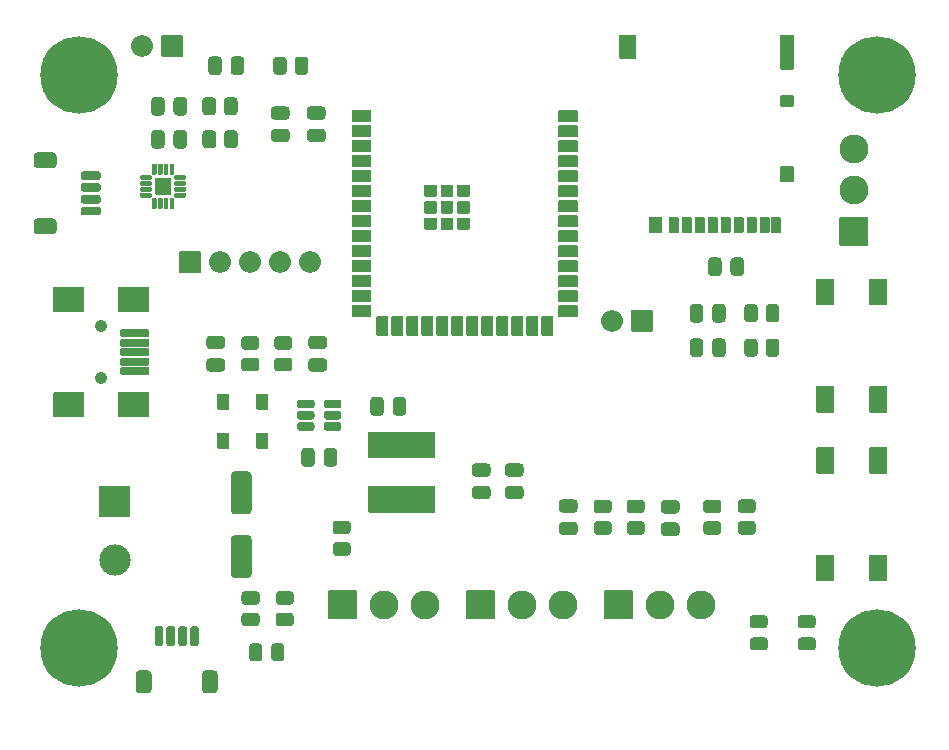
<source format=gts>
G04 #@! TF.GenerationSoftware,KiCad,Pcbnew,6.0.2+dfsg-1*
G04 #@! TF.CreationDate,2023-08-12T13:44:00-06:00*
G04 #@! TF.ProjectId,ckt-soundplay,636b742d-736f-4756-9e64-706c61792e6b,rev?*
G04 #@! TF.SameCoordinates,Original*
G04 #@! TF.FileFunction,Soldermask,Top*
G04 #@! TF.FilePolarity,Negative*
%FSLAX46Y46*%
G04 Gerber Fmt 4.6, Leading zero omitted, Abs format (unit mm)*
G04 Created by KiCad (PCBNEW 6.0.2+dfsg-1) date 2023-08-12 13:44:00*
%MOMM*%
%LPD*%
G01*
G04 APERTURE LIST*
%ADD10C,2.652400*%
%ADD11C,2.452400*%
%ADD12C,6.552400*%
%ADD13O,1.852400X1.852400*%
%ADD14C,1.052400*%
G04 APERTURE END LIST*
G36*
G01*
X31470000Y-173719800D02*
X33970000Y-173719800D01*
G75*
G02*
X34046200Y-173796000I0J-76200D01*
G01*
X34046200Y-176296000D01*
G75*
G02*
X33970000Y-176372200I-76200J0D01*
G01*
X31470000Y-176372200D01*
G75*
G02*
X31393800Y-176296000I0J76200D01*
G01*
X31393800Y-173796000D01*
G75*
G02*
X31470000Y-173719800I76200J0D01*
G01*
G37*
D10*
X32720000Y-180046000D03*
G36*
G01*
X35799801Y-144874000D02*
X35799801Y-143924000D01*
G75*
G02*
X36126001Y-143597800I326200J0D01*
G01*
X36626001Y-143597800D01*
G75*
G02*
X36952201Y-143924000I0J-326200D01*
G01*
X36952201Y-144874000D01*
G75*
G02*
X36626001Y-145200200I-326200J0D01*
G01*
X36126001Y-145200200D01*
G75*
G02*
X35799801Y-144874000I0J326200D01*
G01*
G37*
G36*
G01*
X37699801Y-144874000D02*
X37699801Y-143924000D01*
G75*
G02*
X38026001Y-143597800I326200J0D01*
G01*
X38526001Y-143597800D01*
G75*
G02*
X38852201Y-143924000I0J-326200D01*
G01*
X38852201Y-144874000D01*
G75*
G02*
X38526001Y-145200200I-326200J0D01*
G01*
X38026001Y-145200200D01*
G75*
G02*
X37699801Y-144874000I0J326200D01*
G01*
G37*
G36*
G01*
X92096800Y-181749000D02*
X92096800Y-179649000D01*
G75*
G02*
X92173000Y-179572800I76200J0D01*
G01*
X93573000Y-179572800D01*
G75*
G02*
X93649200Y-179649000I0J-76200D01*
G01*
X93649200Y-181749000D01*
G75*
G02*
X93573000Y-181825200I-76200J0D01*
G01*
X92173000Y-181825200D01*
G75*
G02*
X92096800Y-181749000I0J76200D01*
G01*
G37*
G36*
G01*
X92096800Y-172649000D02*
X92096800Y-170549000D01*
G75*
G02*
X92173000Y-170472800I76200J0D01*
G01*
X93573000Y-170472800D01*
G75*
G02*
X93649200Y-170549000I0J-76200D01*
G01*
X93649200Y-172649000D01*
G75*
G02*
X93573000Y-172725200I-76200J0D01*
G01*
X92173000Y-172725200D01*
G75*
G02*
X92096800Y-172649000I0J76200D01*
G01*
G37*
G36*
G01*
X96596800Y-181749000D02*
X96596800Y-179649000D01*
G75*
G02*
X96673000Y-179572800I76200J0D01*
G01*
X98073000Y-179572800D01*
G75*
G02*
X98149200Y-179649000I0J-76200D01*
G01*
X98149200Y-181749000D01*
G75*
G02*
X98073000Y-181825200I-76200J0D01*
G01*
X96673000Y-181825200D01*
G75*
G02*
X96596800Y-181749000I0J76200D01*
G01*
G37*
G36*
G01*
X96596800Y-172649000D02*
X96596800Y-170549000D01*
G75*
G02*
X96673000Y-170472800I76200J0D01*
G01*
X98073000Y-170472800D01*
G75*
G02*
X98149200Y-170549000I0J-76200D01*
G01*
X98149200Y-172649000D01*
G75*
G02*
X98073000Y-172725200I-76200J0D01*
G01*
X96673000Y-172725200D01*
G75*
G02*
X96596800Y-172649000I0J76200D01*
G01*
G37*
G36*
G01*
X48161800Y-166967000D02*
X48161800Y-166667000D01*
G75*
G02*
X48388000Y-166440800I226200J0D01*
G01*
X49413000Y-166440800D01*
G75*
G02*
X49639200Y-166667000I0J-226200D01*
G01*
X49639200Y-166967000D01*
G75*
G02*
X49413000Y-167193200I-226200J0D01*
G01*
X48388000Y-167193200D01*
G75*
G02*
X48161800Y-166967000I0J226200D01*
G01*
G37*
G36*
G01*
X48161800Y-167917000D02*
X48161800Y-167617000D01*
G75*
G02*
X48388000Y-167390800I226200J0D01*
G01*
X49413000Y-167390800D01*
G75*
G02*
X49639200Y-167617000I0J-226200D01*
G01*
X49639200Y-167917000D01*
G75*
G02*
X49413000Y-168143200I-226200J0D01*
G01*
X48388000Y-168143200D01*
G75*
G02*
X48161800Y-167917000I0J226200D01*
G01*
G37*
G36*
G01*
X48161800Y-168867000D02*
X48161800Y-168567000D01*
G75*
G02*
X48388000Y-168340800I226200J0D01*
G01*
X49413000Y-168340800D01*
G75*
G02*
X49639200Y-168567000I0J-226200D01*
G01*
X49639200Y-168867000D01*
G75*
G02*
X49413000Y-169093200I-226200J0D01*
G01*
X48388000Y-169093200D01*
G75*
G02*
X48161800Y-168867000I0J226200D01*
G01*
G37*
G36*
G01*
X50436800Y-168867000D02*
X50436800Y-168567000D01*
G75*
G02*
X50663000Y-168340800I226200J0D01*
G01*
X51688000Y-168340800D01*
G75*
G02*
X51914200Y-168567000I0J-226200D01*
G01*
X51914200Y-168867000D01*
G75*
G02*
X51688000Y-169093200I-226200J0D01*
G01*
X50663000Y-169093200D01*
G75*
G02*
X50436800Y-168867000I0J226200D01*
G01*
G37*
G36*
G01*
X50436800Y-167917000D02*
X50436800Y-167617000D01*
G75*
G02*
X50663000Y-167390800I226200J0D01*
G01*
X51688000Y-167390800D01*
G75*
G02*
X51914200Y-167617000I0J-226200D01*
G01*
X51914200Y-167917000D01*
G75*
G02*
X51688000Y-168143200I-226200J0D01*
G01*
X50663000Y-168143200D01*
G75*
G02*
X50436800Y-167917000I0J226200D01*
G01*
G37*
G36*
G01*
X50436800Y-166967000D02*
X50436800Y-166667000D01*
G75*
G02*
X50663000Y-166440800I226200J0D01*
G01*
X51688000Y-166440800D01*
G75*
G02*
X51914200Y-166667000I0J-226200D01*
G01*
X51914200Y-166967000D01*
G75*
G02*
X51688000Y-167193200I-226200J0D01*
G01*
X50663000Y-167193200D01*
G75*
G02*
X50436800Y-166967000I0J226200D01*
G01*
G37*
G36*
G01*
X48511800Y-171798000D02*
X48511800Y-170848000D01*
G75*
G02*
X48838000Y-170521800I326200J0D01*
G01*
X49338000Y-170521800D01*
G75*
G02*
X49664200Y-170848000I0J-326200D01*
G01*
X49664200Y-171798000D01*
G75*
G02*
X49338000Y-172124200I-326200J0D01*
G01*
X48838000Y-172124200D01*
G75*
G02*
X48511800Y-171798000I0J326200D01*
G01*
G37*
G36*
G01*
X50411800Y-171798000D02*
X50411800Y-170848000D01*
G75*
G02*
X50738000Y-170521800I326200J0D01*
G01*
X51238000Y-170521800D01*
G75*
G02*
X51564200Y-170848000I0J-326200D01*
G01*
X51564200Y-171798000D01*
G75*
G02*
X51238000Y-172124200I-326200J0D01*
G01*
X50738000Y-172124200D01*
G75*
G02*
X50411800Y-171798000I0J326200D01*
G01*
G37*
G36*
G01*
X50259000Y-144655200D02*
X49309000Y-144655200D01*
G75*
G02*
X48982800Y-144329000I0J326200D01*
G01*
X48982800Y-143829000D01*
G75*
G02*
X49309000Y-143502800I326200J0D01*
G01*
X50259000Y-143502800D01*
G75*
G02*
X50585200Y-143829000I0J-326200D01*
G01*
X50585200Y-144329000D01*
G75*
G02*
X50259000Y-144655200I-326200J0D01*
G01*
G37*
G36*
G01*
X50259000Y-142755200D02*
X49309000Y-142755200D01*
G75*
G02*
X48982800Y-142429000I0J326200D01*
G01*
X48982800Y-141929000D01*
G75*
G02*
X49309000Y-141602800I326200J0D01*
G01*
X50259000Y-141602800D01*
G75*
G02*
X50585200Y-141929000I0J-326200D01*
G01*
X50585200Y-142429000D01*
G75*
G02*
X50259000Y-142755200I-326200J0D01*
G01*
G37*
G36*
G01*
X50772800Y-184977000D02*
X50772800Y-182677000D01*
G75*
G02*
X50849000Y-182600800I76200J0D01*
G01*
X53149000Y-182600800D01*
G75*
G02*
X53225200Y-182677000I0J-76200D01*
G01*
X53225200Y-184977000D01*
G75*
G02*
X53149000Y-185053200I-76200J0D01*
G01*
X50849000Y-185053200D01*
G75*
G02*
X50772800Y-184977000I0J76200D01*
G01*
G37*
D11*
X55499000Y-183827000D03*
X58999000Y-183827000D03*
G36*
G01*
X40154800Y-144849000D02*
X40154800Y-143949000D01*
G75*
G02*
X40481000Y-143622800I326200J0D01*
G01*
X41006000Y-143622800D01*
G75*
G02*
X41332200Y-143949000I0J-326200D01*
G01*
X41332200Y-144849000D01*
G75*
G02*
X41006000Y-145175200I-326200J0D01*
G01*
X40481000Y-145175200D01*
G75*
G02*
X40154800Y-144849000I0J326200D01*
G01*
G37*
G36*
G01*
X41979800Y-144849000D02*
X41979800Y-143949000D01*
G75*
G02*
X42306000Y-143622800I326200J0D01*
G01*
X42831000Y-143622800D01*
G75*
G02*
X43157200Y-143949000I0J-326200D01*
G01*
X43157200Y-144849000D01*
G75*
G02*
X42831000Y-145175200I-326200J0D01*
G01*
X42306000Y-145175200D01*
G75*
G02*
X41979800Y-144849000I0J326200D01*
G01*
G37*
G36*
G01*
X67023000Y-174881200D02*
X66073000Y-174881200D01*
G75*
G02*
X65746800Y-174555000I0J326200D01*
G01*
X65746800Y-174055000D01*
G75*
G02*
X66073000Y-173728800I326200J0D01*
G01*
X67023000Y-173728800D01*
G75*
G02*
X67349200Y-174055000I0J-326200D01*
G01*
X67349200Y-174555000D01*
G75*
G02*
X67023000Y-174881200I-326200J0D01*
G01*
G37*
G36*
G01*
X67023000Y-172981200D02*
X66073000Y-172981200D01*
G75*
G02*
X65746800Y-172655000I0J326200D01*
G01*
X65746800Y-172155000D01*
G75*
G02*
X66073000Y-171828800I326200J0D01*
G01*
X67023000Y-171828800D01*
G75*
G02*
X67349200Y-172155000I0J-326200D01*
G01*
X67349200Y-172655000D01*
G75*
G02*
X67023000Y-172981200I-326200J0D01*
G01*
G37*
G36*
G01*
X84457200Y-161577000D02*
X84457200Y-162527000D01*
G75*
G02*
X84131000Y-162853200I-326200J0D01*
G01*
X83631000Y-162853200D01*
G75*
G02*
X83304800Y-162527000I0J326200D01*
G01*
X83304800Y-161577000D01*
G75*
G02*
X83631000Y-161250800I326200J0D01*
G01*
X84131000Y-161250800D01*
G75*
G02*
X84457200Y-161577000I0J-326200D01*
G01*
G37*
G36*
G01*
X82557200Y-161577000D02*
X82557200Y-162527000D01*
G75*
G02*
X82231000Y-162853200I-326200J0D01*
G01*
X81731000Y-162853200D01*
G75*
G02*
X81404800Y-162527000I0J326200D01*
G01*
X81404800Y-161577000D01*
G75*
G02*
X81731000Y-161250800I326200J0D01*
G01*
X82231000Y-161250800D01*
G75*
G02*
X82557200Y-161577000I0J-326200D01*
G01*
G37*
G36*
G01*
X89004200Y-161602000D02*
X89004200Y-162502000D01*
G75*
G02*
X88678000Y-162828200I-326200J0D01*
G01*
X88153000Y-162828200D01*
G75*
G02*
X87826800Y-162502000I0J326200D01*
G01*
X87826800Y-161602000D01*
G75*
G02*
X88153000Y-161275800I326200J0D01*
G01*
X88678000Y-161275800D01*
G75*
G02*
X89004200Y-161602000I0J-326200D01*
G01*
G37*
G36*
G01*
X87179200Y-161602000D02*
X87179200Y-162502000D01*
G75*
G02*
X86853000Y-162828200I-326200J0D01*
G01*
X86328000Y-162828200D01*
G75*
G02*
X86001800Y-162502000I0J326200D01*
G01*
X86001800Y-161602000D01*
G75*
G02*
X86328000Y-161275800I326200J0D01*
G01*
X86853000Y-161275800D01*
G75*
G02*
X87179200Y-161602000I0J-326200D01*
G01*
G37*
G36*
G01*
X42884000Y-172511800D02*
X43984000Y-172511800D01*
G75*
G02*
X44310200Y-172838000I0J-326200D01*
G01*
X44310200Y-175838000D01*
G75*
G02*
X43984000Y-176164200I-326200J0D01*
G01*
X42884000Y-176164200D01*
G75*
G02*
X42557800Y-175838000I0J326200D01*
G01*
X42557800Y-172838000D01*
G75*
G02*
X42884000Y-172511800I326200J0D01*
G01*
G37*
G36*
G01*
X42884000Y-177911800D02*
X43984000Y-177911800D01*
G75*
G02*
X44310200Y-178238000I0J-326200D01*
G01*
X44310200Y-181238000D01*
G75*
G02*
X43984000Y-181564200I-326200J0D01*
G01*
X42884000Y-181564200D01*
G75*
G02*
X42557800Y-181238000I0J326200D01*
G01*
X42557800Y-178238000D01*
G75*
G02*
X42884000Y-177911800I326200J0D01*
G01*
G37*
G36*
G01*
X52780800Y-142895000D02*
X52780800Y-141995000D01*
G75*
G02*
X52857000Y-141918800I76200J0D01*
G01*
X54357000Y-141918800D01*
G75*
G02*
X54433200Y-141995000I0J-76200D01*
G01*
X54433200Y-142895000D01*
G75*
G02*
X54357000Y-142971200I-76200J0D01*
G01*
X52857000Y-142971200D01*
G75*
G02*
X52780800Y-142895000I0J76200D01*
G01*
G37*
G36*
G01*
X52780800Y-144165000D02*
X52780800Y-143265000D01*
G75*
G02*
X52857000Y-143188800I76200J0D01*
G01*
X54357000Y-143188800D01*
G75*
G02*
X54433200Y-143265000I0J-76200D01*
G01*
X54433200Y-144165000D01*
G75*
G02*
X54357000Y-144241200I-76200J0D01*
G01*
X52857000Y-144241200D01*
G75*
G02*
X52780800Y-144165000I0J76200D01*
G01*
G37*
G36*
G01*
X52780800Y-145435000D02*
X52780800Y-144535000D01*
G75*
G02*
X52857000Y-144458800I76200J0D01*
G01*
X54357000Y-144458800D01*
G75*
G02*
X54433200Y-144535000I0J-76200D01*
G01*
X54433200Y-145435000D01*
G75*
G02*
X54357000Y-145511200I-76200J0D01*
G01*
X52857000Y-145511200D01*
G75*
G02*
X52780800Y-145435000I0J76200D01*
G01*
G37*
G36*
G01*
X52780800Y-146705000D02*
X52780800Y-145805000D01*
G75*
G02*
X52857000Y-145728800I76200J0D01*
G01*
X54357000Y-145728800D01*
G75*
G02*
X54433200Y-145805000I0J-76200D01*
G01*
X54433200Y-146705000D01*
G75*
G02*
X54357000Y-146781200I-76200J0D01*
G01*
X52857000Y-146781200D01*
G75*
G02*
X52780800Y-146705000I0J76200D01*
G01*
G37*
G36*
G01*
X52780800Y-147975000D02*
X52780800Y-147075000D01*
G75*
G02*
X52857000Y-146998800I76200J0D01*
G01*
X54357000Y-146998800D01*
G75*
G02*
X54433200Y-147075000I0J-76200D01*
G01*
X54433200Y-147975000D01*
G75*
G02*
X54357000Y-148051200I-76200J0D01*
G01*
X52857000Y-148051200D01*
G75*
G02*
X52780800Y-147975000I0J76200D01*
G01*
G37*
G36*
G01*
X52780800Y-149245000D02*
X52780800Y-148345000D01*
G75*
G02*
X52857000Y-148268800I76200J0D01*
G01*
X54357000Y-148268800D01*
G75*
G02*
X54433200Y-148345000I0J-76200D01*
G01*
X54433200Y-149245000D01*
G75*
G02*
X54357000Y-149321200I-76200J0D01*
G01*
X52857000Y-149321200D01*
G75*
G02*
X52780800Y-149245000I0J76200D01*
G01*
G37*
G36*
G01*
X52780800Y-150515000D02*
X52780800Y-149615000D01*
G75*
G02*
X52857000Y-149538800I76200J0D01*
G01*
X54357000Y-149538800D01*
G75*
G02*
X54433200Y-149615000I0J-76200D01*
G01*
X54433200Y-150515000D01*
G75*
G02*
X54357000Y-150591200I-76200J0D01*
G01*
X52857000Y-150591200D01*
G75*
G02*
X52780800Y-150515000I0J76200D01*
G01*
G37*
G36*
G01*
X52780800Y-151785000D02*
X52780800Y-150885000D01*
G75*
G02*
X52857000Y-150808800I76200J0D01*
G01*
X54357000Y-150808800D01*
G75*
G02*
X54433200Y-150885000I0J-76200D01*
G01*
X54433200Y-151785000D01*
G75*
G02*
X54357000Y-151861200I-76200J0D01*
G01*
X52857000Y-151861200D01*
G75*
G02*
X52780800Y-151785000I0J76200D01*
G01*
G37*
G36*
G01*
X52780800Y-153055000D02*
X52780800Y-152155000D01*
G75*
G02*
X52857000Y-152078800I76200J0D01*
G01*
X54357000Y-152078800D01*
G75*
G02*
X54433200Y-152155000I0J-76200D01*
G01*
X54433200Y-153055000D01*
G75*
G02*
X54357000Y-153131200I-76200J0D01*
G01*
X52857000Y-153131200D01*
G75*
G02*
X52780800Y-153055000I0J76200D01*
G01*
G37*
G36*
G01*
X52780800Y-154325000D02*
X52780800Y-153425000D01*
G75*
G02*
X52857000Y-153348800I76200J0D01*
G01*
X54357000Y-153348800D01*
G75*
G02*
X54433200Y-153425000I0J-76200D01*
G01*
X54433200Y-154325000D01*
G75*
G02*
X54357000Y-154401200I-76200J0D01*
G01*
X52857000Y-154401200D01*
G75*
G02*
X52780800Y-154325000I0J76200D01*
G01*
G37*
G36*
G01*
X52780800Y-155595000D02*
X52780800Y-154695000D01*
G75*
G02*
X52857000Y-154618800I76200J0D01*
G01*
X54357000Y-154618800D01*
G75*
G02*
X54433200Y-154695000I0J-76200D01*
G01*
X54433200Y-155595000D01*
G75*
G02*
X54357000Y-155671200I-76200J0D01*
G01*
X52857000Y-155671200D01*
G75*
G02*
X52780800Y-155595000I0J76200D01*
G01*
G37*
G36*
G01*
X52780800Y-156865000D02*
X52780800Y-155965000D01*
G75*
G02*
X52857000Y-155888800I76200J0D01*
G01*
X54357000Y-155888800D01*
G75*
G02*
X54433200Y-155965000I0J-76200D01*
G01*
X54433200Y-156865000D01*
G75*
G02*
X54357000Y-156941200I-76200J0D01*
G01*
X52857000Y-156941200D01*
G75*
G02*
X52780800Y-156865000I0J76200D01*
G01*
G37*
G36*
G01*
X52780800Y-158135000D02*
X52780800Y-157235000D01*
G75*
G02*
X52857000Y-157158800I76200J0D01*
G01*
X54357000Y-157158800D01*
G75*
G02*
X54433200Y-157235000I0J-76200D01*
G01*
X54433200Y-158135000D01*
G75*
G02*
X54357000Y-158211200I-76200J0D01*
G01*
X52857000Y-158211200D01*
G75*
G02*
X52780800Y-158135000I0J76200D01*
G01*
G37*
G36*
G01*
X52780800Y-159405000D02*
X52780800Y-158505000D01*
G75*
G02*
X52857000Y-158428800I76200J0D01*
G01*
X54357000Y-158428800D01*
G75*
G02*
X54433200Y-158505000I0J-76200D01*
G01*
X54433200Y-159405000D01*
G75*
G02*
X54357000Y-159481200I-76200J0D01*
G01*
X52857000Y-159481200D01*
G75*
G02*
X52780800Y-159405000I0J76200D01*
G01*
G37*
G36*
G01*
X55822000Y-161031200D02*
X54922000Y-161031200D01*
G75*
G02*
X54845800Y-160955000I0J76200D01*
G01*
X54845800Y-159455000D01*
G75*
G02*
X54922000Y-159378800I76200J0D01*
G01*
X55822000Y-159378800D01*
G75*
G02*
X55898200Y-159455000I0J-76200D01*
G01*
X55898200Y-160955000D01*
G75*
G02*
X55822000Y-161031200I-76200J0D01*
G01*
G37*
G36*
G01*
X57092000Y-161031200D02*
X56192000Y-161031200D01*
G75*
G02*
X56115800Y-160955000I0J76200D01*
G01*
X56115800Y-159455000D01*
G75*
G02*
X56192000Y-159378800I76200J0D01*
G01*
X57092000Y-159378800D01*
G75*
G02*
X57168200Y-159455000I0J-76200D01*
G01*
X57168200Y-160955000D01*
G75*
G02*
X57092000Y-161031200I-76200J0D01*
G01*
G37*
G36*
G01*
X58362000Y-161031200D02*
X57462000Y-161031200D01*
G75*
G02*
X57385800Y-160955000I0J76200D01*
G01*
X57385800Y-159455000D01*
G75*
G02*
X57462000Y-159378800I76200J0D01*
G01*
X58362000Y-159378800D01*
G75*
G02*
X58438200Y-159455000I0J-76200D01*
G01*
X58438200Y-160955000D01*
G75*
G02*
X58362000Y-161031200I-76200J0D01*
G01*
G37*
G36*
G01*
X59632000Y-161031200D02*
X58732000Y-161031200D01*
G75*
G02*
X58655800Y-160955000I0J76200D01*
G01*
X58655800Y-159455000D01*
G75*
G02*
X58732000Y-159378800I76200J0D01*
G01*
X59632000Y-159378800D01*
G75*
G02*
X59708200Y-159455000I0J-76200D01*
G01*
X59708200Y-160955000D01*
G75*
G02*
X59632000Y-161031200I-76200J0D01*
G01*
G37*
G36*
G01*
X60902000Y-161031200D02*
X60002000Y-161031200D01*
G75*
G02*
X59925800Y-160955000I0J76200D01*
G01*
X59925800Y-159455000D01*
G75*
G02*
X60002000Y-159378800I76200J0D01*
G01*
X60902000Y-159378800D01*
G75*
G02*
X60978200Y-159455000I0J-76200D01*
G01*
X60978200Y-160955000D01*
G75*
G02*
X60902000Y-161031200I-76200J0D01*
G01*
G37*
G36*
G01*
X62172000Y-161031200D02*
X61272000Y-161031200D01*
G75*
G02*
X61195800Y-160955000I0J76200D01*
G01*
X61195800Y-159455000D01*
G75*
G02*
X61272000Y-159378800I76200J0D01*
G01*
X62172000Y-159378800D01*
G75*
G02*
X62248200Y-159455000I0J-76200D01*
G01*
X62248200Y-160955000D01*
G75*
G02*
X62172000Y-161031200I-76200J0D01*
G01*
G37*
G36*
G01*
X63442000Y-161031200D02*
X62542000Y-161031200D01*
G75*
G02*
X62465800Y-160955000I0J76200D01*
G01*
X62465800Y-159455000D01*
G75*
G02*
X62542000Y-159378800I76200J0D01*
G01*
X63442000Y-159378800D01*
G75*
G02*
X63518200Y-159455000I0J-76200D01*
G01*
X63518200Y-160955000D01*
G75*
G02*
X63442000Y-161031200I-76200J0D01*
G01*
G37*
G36*
G01*
X64712000Y-161031200D02*
X63812000Y-161031200D01*
G75*
G02*
X63735800Y-160955000I0J76200D01*
G01*
X63735800Y-159455000D01*
G75*
G02*
X63812000Y-159378800I76200J0D01*
G01*
X64712000Y-159378800D01*
G75*
G02*
X64788200Y-159455000I0J-76200D01*
G01*
X64788200Y-160955000D01*
G75*
G02*
X64712000Y-161031200I-76200J0D01*
G01*
G37*
G36*
G01*
X65982000Y-161031200D02*
X65082000Y-161031200D01*
G75*
G02*
X65005800Y-160955000I0J76200D01*
G01*
X65005800Y-159455000D01*
G75*
G02*
X65082000Y-159378800I76200J0D01*
G01*
X65982000Y-159378800D01*
G75*
G02*
X66058200Y-159455000I0J-76200D01*
G01*
X66058200Y-160955000D01*
G75*
G02*
X65982000Y-161031200I-76200J0D01*
G01*
G37*
G36*
G01*
X67252000Y-161031200D02*
X66352000Y-161031200D01*
G75*
G02*
X66275800Y-160955000I0J76200D01*
G01*
X66275800Y-159455000D01*
G75*
G02*
X66352000Y-159378800I76200J0D01*
G01*
X67252000Y-159378800D01*
G75*
G02*
X67328200Y-159455000I0J-76200D01*
G01*
X67328200Y-160955000D01*
G75*
G02*
X67252000Y-161031200I-76200J0D01*
G01*
G37*
G36*
G01*
X68522000Y-161031200D02*
X67622000Y-161031200D01*
G75*
G02*
X67545800Y-160955000I0J76200D01*
G01*
X67545800Y-159455000D01*
G75*
G02*
X67622000Y-159378800I76200J0D01*
G01*
X68522000Y-159378800D01*
G75*
G02*
X68598200Y-159455000I0J-76200D01*
G01*
X68598200Y-160955000D01*
G75*
G02*
X68522000Y-161031200I-76200J0D01*
G01*
G37*
G36*
G01*
X69792000Y-161031200D02*
X68892000Y-161031200D01*
G75*
G02*
X68815800Y-160955000I0J76200D01*
G01*
X68815800Y-159455000D01*
G75*
G02*
X68892000Y-159378800I76200J0D01*
G01*
X69792000Y-159378800D01*
G75*
G02*
X69868200Y-159455000I0J-76200D01*
G01*
X69868200Y-160955000D01*
G75*
G02*
X69792000Y-161031200I-76200J0D01*
G01*
G37*
G36*
G01*
X71933200Y-158505000D02*
X71933200Y-159405000D01*
G75*
G02*
X71857000Y-159481200I-76200J0D01*
G01*
X70357000Y-159481200D01*
G75*
G02*
X70280800Y-159405000I0J76200D01*
G01*
X70280800Y-158505000D01*
G75*
G02*
X70357000Y-158428800I76200J0D01*
G01*
X71857000Y-158428800D01*
G75*
G02*
X71933200Y-158505000I0J-76200D01*
G01*
G37*
G36*
G01*
X71933200Y-157235000D02*
X71933200Y-158135000D01*
G75*
G02*
X71857000Y-158211200I-76200J0D01*
G01*
X70357000Y-158211200D01*
G75*
G02*
X70280800Y-158135000I0J76200D01*
G01*
X70280800Y-157235000D01*
G75*
G02*
X70357000Y-157158800I76200J0D01*
G01*
X71857000Y-157158800D01*
G75*
G02*
X71933200Y-157235000I0J-76200D01*
G01*
G37*
G36*
G01*
X71933200Y-155965000D02*
X71933200Y-156865000D01*
G75*
G02*
X71857000Y-156941200I-76200J0D01*
G01*
X70357000Y-156941200D01*
G75*
G02*
X70280800Y-156865000I0J76200D01*
G01*
X70280800Y-155965000D01*
G75*
G02*
X70357000Y-155888800I76200J0D01*
G01*
X71857000Y-155888800D01*
G75*
G02*
X71933200Y-155965000I0J-76200D01*
G01*
G37*
G36*
G01*
X71933200Y-154695000D02*
X71933200Y-155595000D01*
G75*
G02*
X71857000Y-155671200I-76200J0D01*
G01*
X70357000Y-155671200D01*
G75*
G02*
X70280800Y-155595000I0J76200D01*
G01*
X70280800Y-154695000D01*
G75*
G02*
X70357000Y-154618800I76200J0D01*
G01*
X71857000Y-154618800D01*
G75*
G02*
X71933200Y-154695000I0J-76200D01*
G01*
G37*
G36*
G01*
X71933200Y-153425000D02*
X71933200Y-154325000D01*
G75*
G02*
X71857000Y-154401200I-76200J0D01*
G01*
X70357000Y-154401200D01*
G75*
G02*
X70280800Y-154325000I0J76200D01*
G01*
X70280800Y-153425000D01*
G75*
G02*
X70357000Y-153348800I76200J0D01*
G01*
X71857000Y-153348800D01*
G75*
G02*
X71933200Y-153425000I0J-76200D01*
G01*
G37*
G36*
G01*
X71933200Y-152155000D02*
X71933200Y-153055000D01*
G75*
G02*
X71857000Y-153131200I-76200J0D01*
G01*
X70357000Y-153131200D01*
G75*
G02*
X70280800Y-153055000I0J76200D01*
G01*
X70280800Y-152155000D01*
G75*
G02*
X70357000Y-152078800I76200J0D01*
G01*
X71857000Y-152078800D01*
G75*
G02*
X71933200Y-152155000I0J-76200D01*
G01*
G37*
G36*
G01*
X71933200Y-150885000D02*
X71933200Y-151785000D01*
G75*
G02*
X71857000Y-151861200I-76200J0D01*
G01*
X70357000Y-151861200D01*
G75*
G02*
X70280800Y-151785000I0J76200D01*
G01*
X70280800Y-150885000D01*
G75*
G02*
X70357000Y-150808800I76200J0D01*
G01*
X71857000Y-150808800D01*
G75*
G02*
X71933200Y-150885000I0J-76200D01*
G01*
G37*
G36*
G01*
X71933200Y-149615000D02*
X71933200Y-150515000D01*
G75*
G02*
X71857000Y-150591200I-76200J0D01*
G01*
X70357000Y-150591200D01*
G75*
G02*
X70280800Y-150515000I0J76200D01*
G01*
X70280800Y-149615000D01*
G75*
G02*
X70357000Y-149538800I76200J0D01*
G01*
X71857000Y-149538800D01*
G75*
G02*
X71933200Y-149615000I0J-76200D01*
G01*
G37*
G36*
G01*
X71933200Y-148345000D02*
X71933200Y-149245000D01*
G75*
G02*
X71857000Y-149321200I-76200J0D01*
G01*
X70357000Y-149321200D01*
G75*
G02*
X70280800Y-149245000I0J76200D01*
G01*
X70280800Y-148345000D01*
G75*
G02*
X70357000Y-148268800I76200J0D01*
G01*
X71857000Y-148268800D01*
G75*
G02*
X71933200Y-148345000I0J-76200D01*
G01*
G37*
G36*
G01*
X71933200Y-147075000D02*
X71933200Y-147975000D01*
G75*
G02*
X71857000Y-148051200I-76200J0D01*
G01*
X70357000Y-148051200D01*
G75*
G02*
X70280800Y-147975000I0J76200D01*
G01*
X70280800Y-147075000D01*
G75*
G02*
X70357000Y-146998800I76200J0D01*
G01*
X71857000Y-146998800D01*
G75*
G02*
X71933200Y-147075000I0J-76200D01*
G01*
G37*
G36*
G01*
X71933200Y-145805000D02*
X71933200Y-146705000D01*
G75*
G02*
X71857000Y-146781200I-76200J0D01*
G01*
X70357000Y-146781200D01*
G75*
G02*
X70280800Y-146705000I0J76200D01*
G01*
X70280800Y-145805000D01*
G75*
G02*
X70357000Y-145728800I76200J0D01*
G01*
X71857000Y-145728800D01*
G75*
G02*
X71933200Y-145805000I0J-76200D01*
G01*
G37*
G36*
G01*
X71933200Y-144535000D02*
X71933200Y-145435000D01*
G75*
G02*
X71857000Y-145511200I-76200J0D01*
G01*
X70357000Y-145511200D01*
G75*
G02*
X70280800Y-145435000I0J76200D01*
G01*
X70280800Y-144535000D01*
G75*
G02*
X70357000Y-144458800I76200J0D01*
G01*
X71857000Y-144458800D01*
G75*
G02*
X71933200Y-144535000I0J-76200D01*
G01*
G37*
G36*
G01*
X71933200Y-143265000D02*
X71933200Y-144165000D01*
G75*
G02*
X71857000Y-144241200I-76200J0D01*
G01*
X70357000Y-144241200D01*
G75*
G02*
X70280800Y-144165000I0J76200D01*
G01*
X70280800Y-143265000D01*
G75*
G02*
X70357000Y-143188800I76200J0D01*
G01*
X71857000Y-143188800D01*
G75*
G02*
X71933200Y-143265000I0J-76200D01*
G01*
G37*
G36*
G01*
X71933200Y-141995000D02*
X71933200Y-142895000D01*
G75*
G02*
X71857000Y-142971200I-76200J0D01*
G01*
X70357000Y-142971200D01*
G75*
G02*
X70280800Y-142895000I0J76200D01*
G01*
X70280800Y-141995000D01*
G75*
G02*
X70357000Y-141918800I76200J0D01*
G01*
X71857000Y-141918800D01*
G75*
G02*
X71933200Y-141995000I0J-76200D01*
G01*
G37*
G36*
G01*
X61383200Y-148315000D02*
X61383200Y-149215000D01*
G75*
G02*
X61307000Y-149291200I-76200J0D01*
G01*
X60407000Y-149291200D01*
G75*
G02*
X60330800Y-149215000I0J76200D01*
G01*
X60330800Y-148315000D01*
G75*
G02*
X60407000Y-148238800I76200J0D01*
G01*
X61307000Y-148238800D01*
G75*
G02*
X61383200Y-148315000I0J-76200D01*
G01*
G37*
G36*
G01*
X62783200Y-148315000D02*
X62783200Y-149215000D01*
G75*
G02*
X62707000Y-149291200I-76200J0D01*
G01*
X61807000Y-149291200D01*
G75*
G02*
X61730800Y-149215000I0J76200D01*
G01*
X61730800Y-148315000D01*
G75*
G02*
X61807000Y-148238800I76200J0D01*
G01*
X62707000Y-148238800D01*
G75*
G02*
X62783200Y-148315000I0J-76200D01*
G01*
G37*
G36*
G01*
X59983200Y-151115000D02*
X59983200Y-152015000D01*
G75*
G02*
X59907000Y-152091200I-76200J0D01*
G01*
X59007000Y-152091200D01*
G75*
G02*
X58930800Y-152015000I0J76200D01*
G01*
X58930800Y-151115000D01*
G75*
G02*
X59007000Y-151038800I76200J0D01*
G01*
X59907000Y-151038800D01*
G75*
G02*
X59983200Y-151115000I0J-76200D01*
G01*
G37*
G36*
G01*
X62783200Y-151115000D02*
X62783200Y-152015000D01*
G75*
G02*
X62707000Y-152091200I-76200J0D01*
G01*
X61807000Y-152091200D01*
G75*
G02*
X61730800Y-152015000I0J76200D01*
G01*
X61730800Y-151115000D01*
G75*
G02*
X61807000Y-151038800I76200J0D01*
G01*
X62707000Y-151038800D01*
G75*
G02*
X62783200Y-151115000I0J-76200D01*
G01*
G37*
G36*
G01*
X59983200Y-149715000D02*
X59983200Y-150615000D01*
G75*
G02*
X59907000Y-150691200I-76200J0D01*
G01*
X59007000Y-150691200D01*
G75*
G02*
X58930800Y-150615000I0J76200D01*
G01*
X58930800Y-149715000D01*
G75*
G02*
X59007000Y-149638800I76200J0D01*
G01*
X59907000Y-149638800D01*
G75*
G02*
X59983200Y-149715000I0J-76200D01*
G01*
G37*
G36*
G01*
X59983200Y-148315000D02*
X59983200Y-149215000D01*
G75*
G02*
X59907000Y-149291200I-76200J0D01*
G01*
X59007000Y-149291200D01*
G75*
G02*
X58930800Y-149215000I0J76200D01*
G01*
X58930800Y-148315000D01*
G75*
G02*
X59007000Y-148238800I76200J0D01*
G01*
X59907000Y-148238800D01*
G75*
G02*
X59983200Y-148315000I0J-76200D01*
G01*
G37*
G36*
G01*
X61383200Y-149715000D02*
X61383200Y-150615000D01*
G75*
G02*
X61307000Y-150691200I-76200J0D01*
G01*
X60407000Y-150691200D01*
G75*
G02*
X60330800Y-150615000I0J76200D01*
G01*
X60330800Y-149715000D01*
G75*
G02*
X60407000Y-149638800I76200J0D01*
G01*
X61307000Y-149638800D01*
G75*
G02*
X61383200Y-149715000I0J-76200D01*
G01*
G37*
G36*
G01*
X62783200Y-149715000D02*
X62783200Y-150615000D01*
G75*
G02*
X62707000Y-150691200I-76200J0D01*
G01*
X61807000Y-150691200D01*
G75*
G02*
X61730800Y-150615000I0J76200D01*
G01*
X61730800Y-149715000D01*
G75*
G02*
X61807000Y-149638800I76200J0D01*
G01*
X62707000Y-149638800D01*
G75*
G02*
X62783200Y-149715000I0J-76200D01*
G01*
G37*
G36*
G01*
X61383200Y-151115000D02*
X61383200Y-152015000D01*
G75*
G02*
X61307000Y-152091200I-76200J0D01*
G01*
X60407000Y-152091200D01*
G75*
G02*
X60330800Y-152015000I0J76200D01*
G01*
X60330800Y-151115000D01*
G75*
G02*
X60407000Y-151038800I76200J0D01*
G01*
X61307000Y-151038800D01*
G75*
G02*
X61383200Y-151115000I0J-76200D01*
G01*
G37*
D12*
X97282000Y-187452000D03*
G36*
G01*
X46667000Y-182648800D02*
X47567000Y-182648800D01*
G75*
G02*
X47893200Y-182975000I0J-326200D01*
G01*
X47893200Y-183500000D01*
G75*
G02*
X47567000Y-183826200I-326200J0D01*
G01*
X46667000Y-183826200D01*
G75*
G02*
X46340800Y-183500000I0J326200D01*
G01*
X46340800Y-182975000D01*
G75*
G02*
X46667000Y-182648800I326200J0D01*
G01*
G37*
G36*
G01*
X46667000Y-184473800D02*
X47567000Y-184473800D01*
G75*
G02*
X47893200Y-184800000I0J-326200D01*
G01*
X47893200Y-185325000D01*
G75*
G02*
X47567000Y-185651200I-326200J0D01*
G01*
X46667000Y-185651200D01*
G75*
G02*
X46340800Y-185325000I0J326200D01*
G01*
X46340800Y-184800000D01*
G75*
G02*
X46667000Y-184473800I326200J0D01*
G01*
G37*
G36*
G01*
X84457200Y-158656000D02*
X84457200Y-159606000D01*
G75*
G02*
X84131000Y-159932200I-326200J0D01*
G01*
X83631000Y-159932200D01*
G75*
G02*
X83304800Y-159606000I0J326200D01*
G01*
X83304800Y-158656000D01*
G75*
G02*
X83631000Y-158329800I326200J0D01*
G01*
X84131000Y-158329800D01*
G75*
G02*
X84457200Y-158656000I0J-326200D01*
G01*
G37*
G36*
G01*
X82557200Y-158656000D02*
X82557200Y-159606000D01*
G75*
G02*
X82231000Y-159932200I-326200J0D01*
G01*
X81731000Y-159932200D01*
G75*
G02*
X81404800Y-159606000I0J326200D01*
G01*
X81404800Y-158656000D01*
G75*
G02*
X81731000Y-158329800I326200J0D01*
G01*
X82231000Y-158329800D01*
G75*
G02*
X82557200Y-158656000I0J-326200D01*
G01*
G37*
G36*
G01*
X52393000Y-179682200D02*
X51493000Y-179682200D01*
G75*
G02*
X51166800Y-179356000I0J326200D01*
G01*
X51166800Y-178831000D01*
G75*
G02*
X51493000Y-178504800I326200J0D01*
G01*
X52393000Y-178504800D01*
G75*
G02*
X52719200Y-178831000I0J-326200D01*
G01*
X52719200Y-179356000D01*
G75*
G02*
X52393000Y-179682200I-326200J0D01*
G01*
G37*
G36*
G01*
X52393000Y-177857200D02*
X51493000Y-177857200D01*
G75*
G02*
X51166800Y-177531000I0J326200D01*
G01*
X51166800Y-177006000D01*
G75*
G02*
X51493000Y-176679800I326200J0D01*
G01*
X52393000Y-176679800D01*
G75*
G02*
X52719200Y-177006000I0J-326200D01*
G01*
X52719200Y-177531000D01*
G75*
G02*
X52393000Y-177857200I-326200J0D01*
G01*
G37*
G36*
G01*
X36096800Y-187093000D02*
X36096800Y-185843000D01*
G75*
G02*
X36323000Y-185616800I226200J0D01*
G01*
X36623000Y-185616800D01*
G75*
G02*
X36849200Y-185843000I0J-226200D01*
G01*
X36849200Y-187093000D01*
G75*
G02*
X36623000Y-187319200I-226200J0D01*
G01*
X36323000Y-187319200D01*
G75*
G02*
X36096800Y-187093000I0J226200D01*
G01*
G37*
G36*
G01*
X37096800Y-187093000D02*
X37096800Y-185843000D01*
G75*
G02*
X37323000Y-185616800I226200J0D01*
G01*
X37623000Y-185616800D01*
G75*
G02*
X37849200Y-185843000I0J-226200D01*
G01*
X37849200Y-187093000D01*
G75*
G02*
X37623000Y-187319200I-226200J0D01*
G01*
X37323000Y-187319200D01*
G75*
G02*
X37096800Y-187093000I0J226200D01*
G01*
G37*
G36*
G01*
X38096800Y-187093000D02*
X38096800Y-185843000D01*
G75*
G02*
X38323000Y-185616800I226200J0D01*
G01*
X38623000Y-185616800D01*
G75*
G02*
X38849200Y-185843000I0J-226200D01*
G01*
X38849200Y-187093000D01*
G75*
G02*
X38623000Y-187319200I-226200J0D01*
G01*
X38323000Y-187319200D01*
G75*
G02*
X38096800Y-187093000I0J226200D01*
G01*
G37*
G36*
G01*
X39096800Y-187093000D02*
X39096800Y-185843000D01*
G75*
G02*
X39323000Y-185616800I226200J0D01*
G01*
X39623000Y-185616800D01*
G75*
G02*
X39849200Y-185843000I0J-226200D01*
G01*
X39849200Y-187093000D01*
G75*
G02*
X39623000Y-187319200I-226200J0D01*
G01*
X39323000Y-187319200D01*
G75*
G02*
X39096800Y-187093000I0J226200D01*
G01*
G37*
G36*
G01*
X40096800Y-190993000D02*
X40096800Y-189693000D01*
G75*
G02*
X40423000Y-189366800I326200J0D01*
G01*
X41123000Y-189366800D01*
G75*
G02*
X41449200Y-189693000I0J-326200D01*
G01*
X41449200Y-190993000D01*
G75*
G02*
X41123000Y-191319200I-326200J0D01*
G01*
X40423000Y-191319200D01*
G75*
G02*
X40096800Y-190993000I0J326200D01*
G01*
G37*
G36*
G01*
X34496800Y-190993000D02*
X34496800Y-189693000D01*
G75*
G02*
X34823000Y-189366800I326200J0D01*
G01*
X35523000Y-189366800D01*
G75*
G02*
X35849200Y-189693000I0J-326200D01*
G01*
X35849200Y-190993000D01*
G75*
G02*
X35523000Y-191319200I-326200J0D01*
G01*
X34823000Y-191319200D01*
G75*
G02*
X34496800Y-190993000I0J326200D01*
G01*
G37*
G36*
G01*
X86683000Y-177880700D02*
X85783000Y-177880700D01*
G75*
G02*
X85456800Y-177554500I0J326200D01*
G01*
X85456800Y-177029500D01*
G75*
G02*
X85783000Y-176703300I326200J0D01*
G01*
X86683000Y-176703300D01*
G75*
G02*
X87009200Y-177029500I0J-326200D01*
G01*
X87009200Y-177554500D01*
G75*
G02*
X86683000Y-177880700I-326200J0D01*
G01*
G37*
G36*
G01*
X86683000Y-176055700D02*
X85783000Y-176055700D01*
G75*
G02*
X85456800Y-175729500I0J326200D01*
G01*
X85456800Y-175204500D01*
G75*
G02*
X85783000Y-174878300I326200J0D01*
G01*
X86683000Y-174878300D01*
G75*
G02*
X87009200Y-175204500I0J-326200D01*
G01*
X87009200Y-175729500D01*
G75*
G02*
X86683000Y-176055700I-326200J0D01*
G01*
G37*
X97282000Y-138938000D03*
G36*
G01*
X54241700Y-169164000D02*
X59804300Y-169164000D01*
G75*
G02*
X59880500Y-169240200I0J-76200D01*
G01*
X59880500Y-171348400D01*
G75*
G02*
X59804300Y-171424600I-76200J0D01*
G01*
X54241700Y-171424600D01*
G75*
G02*
X54165500Y-171348400I0J76200D01*
G01*
X54165500Y-169240200D01*
G75*
G02*
X54241700Y-169164000I76200J0D01*
G01*
G37*
G36*
G01*
X54241700Y-173761400D02*
X59804300Y-173761400D01*
G75*
G02*
X59880500Y-173837600I0J-76200D01*
G01*
X59880500Y-175945800D01*
G75*
G02*
X59804300Y-176022000I-76200J0D01*
G01*
X54241700Y-176022000D01*
G75*
G02*
X54165500Y-175945800I0J76200D01*
G01*
X54165500Y-173837600D01*
G75*
G02*
X54241700Y-173761400I76200J0D01*
G01*
G37*
G36*
G01*
X91769250Y-187683200D02*
X90856750Y-187683200D01*
G75*
G02*
X90536800Y-187363250I0J319950D01*
G01*
X90536800Y-186875750D01*
G75*
G02*
X90856750Y-186555800I319950J0D01*
G01*
X91769250Y-186555800D01*
G75*
G02*
X92089200Y-186875750I0J-319950D01*
G01*
X92089200Y-187363250D01*
G75*
G02*
X91769250Y-187683200I-319950J0D01*
G01*
G37*
G36*
G01*
X91769250Y-185808200D02*
X90856750Y-185808200D01*
G75*
G02*
X90536800Y-185488250I0J319950D01*
G01*
X90536800Y-185000750D01*
G75*
G02*
X90856750Y-184680800I319950J0D01*
G01*
X91769250Y-184680800D01*
G75*
G02*
X92089200Y-185000750I0J-319950D01*
G01*
X92089200Y-185488250D01*
G75*
G02*
X91769250Y-185808200I-319950J0D01*
G01*
G37*
G36*
G01*
X47211000Y-144655200D02*
X46261000Y-144655200D01*
G75*
G02*
X45934800Y-144329000I0J326200D01*
G01*
X45934800Y-143829000D01*
G75*
G02*
X46261000Y-143502800I326200J0D01*
G01*
X47211000Y-143502800D01*
G75*
G02*
X47537200Y-143829000I0J-326200D01*
G01*
X47537200Y-144329000D01*
G75*
G02*
X47211000Y-144655200I-326200J0D01*
G01*
G37*
G36*
G01*
X47211000Y-142755200D02*
X46261000Y-142755200D01*
G75*
G02*
X45934800Y-142429000I0J326200D01*
G01*
X45934800Y-141929000D01*
G75*
G02*
X46261000Y-141602800I326200J0D01*
G01*
X47211000Y-141602800D01*
G75*
G02*
X47537200Y-141929000I0J-326200D01*
G01*
X47537200Y-142429000D01*
G75*
G02*
X47211000Y-142755200I-326200J0D01*
G01*
G37*
G36*
G01*
X62456800Y-184977000D02*
X62456800Y-182677000D01*
G75*
G02*
X62533000Y-182600800I76200J0D01*
G01*
X64833000Y-182600800D01*
G75*
G02*
X64909200Y-182677000I0J-76200D01*
G01*
X64909200Y-184977000D01*
G75*
G02*
X64833000Y-185053200I-76200J0D01*
G01*
X62533000Y-185053200D01*
G75*
G02*
X62456800Y-184977000I0J76200D01*
G01*
G37*
D11*
X67183000Y-183827000D03*
X70683000Y-183827000D03*
G36*
G01*
X96458000Y-153443200D02*
X94158000Y-153443200D01*
G75*
G02*
X94081800Y-153367000I0J76200D01*
G01*
X94081800Y-151067000D01*
G75*
G02*
X94158000Y-150990800I76200J0D01*
G01*
X96458000Y-150990800D01*
G75*
G02*
X96534200Y-151067000I0J-76200D01*
G01*
X96534200Y-153367000D01*
G75*
G02*
X96458000Y-153443200I-76200J0D01*
G01*
G37*
X95308000Y-148717000D03*
X95308000Y-145217000D03*
G36*
G01*
X83762000Y-177904200D02*
X82862000Y-177904200D01*
G75*
G02*
X82535800Y-177578000I0J326200D01*
G01*
X82535800Y-177053000D01*
G75*
G02*
X82862000Y-176726800I326200J0D01*
G01*
X83762000Y-176726800D01*
G75*
G02*
X84088200Y-177053000I0J-326200D01*
G01*
X84088200Y-177578000D01*
G75*
G02*
X83762000Y-177904200I-326200J0D01*
G01*
G37*
G36*
G01*
X83762000Y-176079200D02*
X82862000Y-176079200D01*
G75*
G02*
X82535800Y-175753000I0J326200D01*
G01*
X82535800Y-175228000D01*
G75*
G02*
X82862000Y-174901800I326200J0D01*
G01*
X83762000Y-174901800D01*
G75*
G02*
X84088200Y-175228000I0J-326200D01*
G01*
X84088200Y-175753000D01*
G75*
G02*
X83762000Y-176079200I-326200J0D01*
G01*
G37*
G36*
G01*
X36747000Y-135598800D02*
X38447000Y-135598800D01*
G75*
G02*
X38523200Y-135675000I0J-76200D01*
G01*
X38523200Y-137375000D01*
G75*
G02*
X38447000Y-137451200I-76200J0D01*
G01*
X36747000Y-137451200D01*
G75*
G02*
X36670800Y-137375000I0J76200D01*
G01*
X36670800Y-135675000D01*
G75*
G02*
X36747000Y-135598800I76200J0D01*
G01*
G37*
D13*
X35057000Y-136525000D03*
G36*
G01*
X80485200Y-151068000D02*
X80485200Y-152268000D01*
G75*
G02*
X80409000Y-152344200I-76200J0D01*
G01*
X79709000Y-152344200D01*
G75*
G02*
X79632800Y-152268000I0J76200D01*
G01*
X79632800Y-151068000D01*
G75*
G02*
X79709000Y-150991800I76200J0D01*
G01*
X80409000Y-150991800D01*
G75*
G02*
X80485200Y-151068000I0J-76200D01*
G01*
G37*
G36*
G01*
X81585200Y-151068000D02*
X81585200Y-152268000D01*
G75*
G02*
X81509000Y-152344200I-76200J0D01*
G01*
X80809000Y-152344200D01*
G75*
G02*
X80732800Y-152268000I0J76200D01*
G01*
X80732800Y-151068000D01*
G75*
G02*
X80809000Y-150991800I76200J0D01*
G01*
X81509000Y-150991800D01*
G75*
G02*
X81585200Y-151068000I0J-76200D01*
G01*
G37*
G36*
G01*
X82685200Y-151068000D02*
X82685200Y-152268000D01*
G75*
G02*
X82609000Y-152344200I-76200J0D01*
G01*
X81909000Y-152344200D01*
G75*
G02*
X81832800Y-152268000I0J76200D01*
G01*
X81832800Y-151068000D01*
G75*
G02*
X81909000Y-150991800I76200J0D01*
G01*
X82609000Y-150991800D01*
G75*
G02*
X82685200Y-151068000I0J-76200D01*
G01*
G37*
G36*
G01*
X83785200Y-151068000D02*
X83785200Y-152268000D01*
G75*
G02*
X83709000Y-152344200I-76200J0D01*
G01*
X83009000Y-152344200D01*
G75*
G02*
X82932800Y-152268000I0J76200D01*
G01*
X82932800Y-151068000D01*
G75*
G02*
X83009000Y-150991800I76200J0D01*
G01*
X83709000Y-150991800D01*
G75*
G02*
X83785200Y-151068000I0J-76200D01*
G01*
G37*
G36*
G01*
X84885200Y-151068000D02*
X84885200Y-152268000D01*
G75*
G02*
X84809000Y-152344200I-76200J0D01*
G01*
X84109000Y-152344200D01*
G75*
G02*
X84032800Y-152268000I0J76200D01*
G01*
X84032800Y-151068000D01*
G75*
G02*
X84109000Y-150991800I76200J0D01*
G01*
X84809000Y-150991800D01*
G75*
G02*
X84885200Y-151068000I0J-76200D01*
G01*
G37*
G36*
G01*
X85985200Y-151068000D02*
X85985200Y-152268000D01*
G75*
G02*
X85909000Y-152344200I-76200J0D01*
G01*
X85209000Y-152344200D01*
G75*
G02*
X85132800Y-152268000I0J76200D01*
G01*
X85132800Y-151068000D01*
G75*
G02*
X85209000Y-150991800I76200J0D01*
G01*
X85909000Y-150991800D01*
G75*
G02*
X85985200Y-151068000I0J-76200D01*
G01*
G37*
G36*
G01*
X87085200Y-151068000D02*
X87085200Y-152268000D01*
G75*
G02*
X87009000Y-152344200I-76200J0D01*
G01*
X86309000Y-152344200D01*
G75*
G02*
X86232800Y-152268000I0J76200D01*
G01*
X86232800Y-151068000D01*
G75*
G02*
X86309000Y-150991800I76200J0D01*
G01*
X87009000Y-150991800D01*
G75*
G02*
X87085200Y-151068000I0J-76200D01*
G01*
G37*
G36*
G01*
X88185200Y-151068000D02*
X88185200Y-152268000D01*
G75*
G02*
X88109000Y-152344200I-76200J0D01*
G01*
X87409000Y-152344200D01*
G75*
G02*
X87332800Y-152268000I0J76200D01*
G01*
X87332800Y-151068000D01*
G75*
G02*
X87409000Y-150991800I76200J0D01*
G01*
X88109000Y-150991800D01*
G75*
G02*
X88185200Y-151068000I0J-76200D01*
G01*
G37*
G36*
G01*
X89135200Y-151068000D02*
X89135200Y-152268000D01*
G75*
G02*
X89059000Y-152344200I-76200J0D01*
G01*
X88359000Y-152344200D01*
G75*
G02*
X88282800Y-152268000I0J76200D01*
G01*
X88282800Y-151068000D01*
G75*
G02*
X88359000Y-150991800I76200J0D01*
G01*
X89059000Y-150991800D01*
G75*
G02*
X89135200Y-151068000I0J-76200D01*
G01*
G37*
G36*
G01*
X90235200Y-140768000D02*
X90235200Y-141568000D01*
G75*
G02*
X90159000Y-141644200I-76200J0D01*
G01*
X89159000Y-141644200D01*
G75*
G02*
X89082800Y-141568000I0J76200D01*
G01*
X89082800Y-140768000D01*
G75*
G02*
X89159000Y-140691800I76200J0D01*
G01*
X90159000Y-140691800D01*
G75*
G02*
X90235200Y-140768000I0J-76200D01*
G01*
G37*
G36*
G01*
X79085200Y-151068000D02*
X79085200Y-152268000D01*
G75*
G02*
X79009000Y-152344200I-76200J0D01*
G01*
X78009000Y-152344200D01*
G75*
G02*
X77932800Y-152268000I0J76200D01*
G01*
X77932800Y-151068000D01*
G75*
G02*
X78009000Y-150991800I76200J0D01*
G01*
X79009000Y-150991800D01*
G75*
G02*
X79085200Y-151068000I0J-76200D01*
G01*
G37*
G36*
G01*
X76885200Y-135618000D02*
X76885200Y-137518000D01*
G75*
G02*
X76809000Y-137594200I-76200J0D01*
G01*
X75509000Y-137594200D01*
G75*
G02*
X75432800Y-137518000I0J76200D01*
G01*
X75432800Y-135618000D01*
G75*
G02*
X75509000Y-135541800I76200J0D01*
G01*
X76809000Y-135541800D01*
G75*
G02*
X76885200Y-135618000I0J-76200D01*
G01*
G37*
G36*
G01*
X90235200Y-135618000D02*
X90235200Y-138418000D01*
G75*
G02*
X90159000Y-138494200I-76200J0D01*
G01*
X89159000Y-138494200D01*
G75*
G02*
X89082800Y-138418000I0J76200D01*
G01*
X89082800Y-135618000D01*
G75*
G02*
X89159000Y-135541800I76200J0D01*
G01*
X90159000Y-135541800D01*
G75*
G02*
X90235200Y-135618000I0J-76200D01*
G01*
G37*
G36*
G01*
X90235200Y-146768000D02*
X90235200Y-147968000D01*
G75*
G02*
X90159000Y-148044200I-76200J0D01*
G01*
X89159000Y-148044200D01*
G75*
G02*
X89082800Y-147968000I0J76200D01*
G01*
X89082800Y-146768000D01*
G75*
G02*
X89159000Y-146691800I76200J0D01*
G01*
X90159000Y-146691800D01*
G75*
G02*
X90235200Y-146768000I0J-76200D01*
G01*
G37*
G36*
G01*
X30077000Y-147100800D02*
X31327000Y-147100800D01*
G75*
G02*
X31553200Y-147327000I0J-226200D01*
G01*
X31553200Y-147627000D01*
G75*
G02*
X31327000Y-147853200I-226200J0D01*
G01*
X30077000Y-147853200D01*
G75*
G02*
X29850800Y-147627000I0J226200D01*
G01*
X29850800Y-147327000D01*
G75*
G02*
X30077000Y-147100800I226200J0D01*
G01*
G37*
G36*
G01*
X30077000Y-148100800D02*
X31327000Y-148100800D01*
G75*
G02*
X31553200Y-148327000I0J-226200D01*
G01*
X31553200Y-148627000D01*
G75*
G02*
X31327000Y-148853200I-226200J0D01*
G01*
X30077000Y-148853200D01*
G75*
G02*
X29850800Y-148627000I0J226200D01*
G01*
X29850800Y-148327000D01*
G75*
G02*
X30077000Y-148100800I226200J0D01*
G01*
G37*
G36*
G01*
X30077000Y-149100800D02*
X31327000Y-149100800D01*
G75*
G02*
X31553200Y-149327000I0J-226200D01*
G01*
X31553200Y-149627000D01*
G75*
G02*
X31327000Y-149853200I-226200J0D01*
G01*
X30077000Y-149853200D01*
G75*
G02*
X29850800Y-149627000I0J226200D01*
G01*
X29850800Y-149327000D01*
G75*
G02*
X30077000Y-149100800I226200J0D01*
G01*
G37*
G36*
G01*
X30077000Y-150100800D02*
X31327000Y-150100800D01*
G75*
G02*
X31553200Y-150327000I0J-226200D01*
G01*
X31553200Y-150627000D01*
G75*
G02*
X31327000Y-150853200I-226200J0D01*
G01*
X30077000Y-150853200D01*
G75*
G02*
X29850800Y-150627000I0J226200D01*
G01*
X29850800Y-150327000D01*
G75*
G02*
X30077000Y-150100800I226200J0D01*
G01*
G37*
G36*
G01*
X26177000Y-151100800D02*
X27477000Y-151100800D01*
G75*
G02*
X27803200Y-151427000I0J-326200D01*
G01*
X27803200Y-152127000D01*
G75*
G02*
X27477000Y-152453200I-326200J0D01*
G01*
X26177000Y-152453200D01*
G75*
G02*
X25850800Y-152127000I0J326200D01*
G01*
X25850800Y-151427000D01*
G75*
G02*
X26177000Y-151100800I326200J0D01*
G01*
G37*
G36*
G01*
X26177000Y-145500800D02*
X27477000Y-145500800D01*
G75*
G02*
X27803200Y-145827000I0J-326200D01*
G01*
X27803200Y-146527000D01*
G75*
G02*
X27477000Y-146853200I-326200J0D01*
G01*
X26177000Y-146853200D01*
G75*
G02*
X25850800Y-146527000I0J326200D01*
G01*
X25850800Y-145827000D01*
G75*
G02*
X26177000Y-145500800I326200J0D01*
G01*
G37*
G36*
G01*
X49436000Y-161033800D02*
X50386000Y-161033800D01*
G75*
G02*
X50712200Y-161360000I0J-326200D01*
G01*
X50712200Y-161860000D01*
G75*
G02*
X50386000Y-162186200I-326200J0D01*
G01*
X49436000Y-162186200D01*
G75*
G02*
X49109800Y-161860000I0J326200D01*
G01*
X49109800Y-161360000D01*
G75*
G02*
X49436000Y-161033800I326200J0D01*
G01*
G37*
G36*
G01*
X49436000Y-162933800D02*
X50386000Y-162933800D01*
G75*
G02*
X50712200Y-163260000I0J-326200D01*
G01*
X50712200Y-163760000D01*
G75*
G02*
X50386000Y-164086200I-326200J0D01*
G01*
X49436000Y-164086200D01*
G75*
G02*
X49109800Y-163760000I0J326200D01*
G01*
X49109800Y-163260000D01*
G75*
G02*
X49436000Y-162933800I326200J0D01*
G01*
G37*
G36*
G01*
X76498000Y-158839800D02*
X78198000Y-158839800D01*
G75*
G02*
X78274200Y-158916000I0J-76200D01*
G01*
X78274200Y-160616000D01*
G75*
G02*
X78198000Y-160692200I-76200J0D01*
G01*
X76498000Y-160692200D01*
G75*
G02*
X76421800Y-160616000I0J76200D01*
G01*
X76421800Y-158916000D01*
G75*
G02*
X76498000Y-158839800I76200J0D01*
G01*
G37*
X74808000Y-159766000D03*
G36*
G01*
X40800000Y-161033800D02*
X41750000Y-161033800D01*
G75*
G02*
X42076200Y-161360000I0J-326200D01*
G01*
X42076200Y-161860000D01*
G75*
G02*
X41750000Y-162186200I-326200J0D01*
G01*
X40800000Y-162186200D01*
G75*
G02*
X40473800Y-161860000I0J326200D01*
G01*
X40473800Y-161360000D01*
G75*
G02*
X40800000Y-161033800I326200J0D01*
G01*
G37*
G36*
G01*
X40800000Y-162933800D02*
X41750000Y-162933800D01*
G75*
G02*
X42076200Y-163260000I0J-326200D01*
G01*
X42076200Y-163760000D01*
G75*
G02*
X41750000Y-164086200I-326200J0D01*
G01*
X40800000Y-164086200D01*
G75*
G02*
X40473800Y-163760000I0J326200D01*
G01*
X40473800Y-163260000D01*
G75*
G02*
X40800000Y-162933800I326200J0D01*
G01*
G37*
D14*
X31579000Y-160228000D03*
X31579000Y-164628000D03*
G36*
G01*
X33202800Y-161078000D02*
X33202800Y-160578000D01*
G75*
G02*
X33279000Y-160501800I76200J0D01*
G01*
X35579000Y-160501800D01*
G75*
G02*
X35655200Y-160578000I0J-76200D01*
G01*
X35655200Y-161078000D01*
G75*
G02*
X35579000Y-161154200I-76200J0D01*
G01*
X33279000Y-161154200D01*
G75*
G02*
X33202800Y-161078000I0J76200D01*
G01*
G37*
G36*
G01*
X33202800Y-161878000D02*
X33202800Y-161378000D01*
G75*
G02*
X33279000Y-161301800I76200J0D01*
G01*
X35579000Y-161301800D01*
G75*
G02*
X35655200Y-161378000I0J-76200D01*
G01*
X35655200Y-161878000D01*
G75*
G02*
X35579000Y-161954200I-76200J0D01*
G01*
X33279000Y-161954200D01*
G75*
G02*
X33202800Y-161878000I0J76200D01*
G01*
G37*
G36*
G01*
X33202800Y-162678000D02*
X33202800Y-162178000D01*
G75*
G02*
X33279000Y-162101800I76200J0D01*
G01*
X35579000Y-162101800D01*
G75*
G02*
X35655200Y-162178000I0J-76200D01*
G01*
X35655200Y-162678000D01*
G75*
G02*
X35579000Y-162754200I-76200J0D01*
G01*
X33279000Y-162754200D01*
G75*
G02*
X33202800Y-162678000I0J76200D01*
G01*
G37*
G36*
G01*
X33202800Y-163478000D02*
X33202800Y-162978000D01*
G75*
G02*
X33279000Y-162901800I76200J0D01*
G01*
X35579000Y-162901800D01*
G75*
G02*
X35655200Y-162978000I0J-76200D01*
G01*
X35655200Y-163478000D01*
G75*
G02*
X35579000Y-163554200I-76200J0D01*
G01*
X33279000Y-163554200D01*
G75*
G02*
X33202800Y-163478000I0J76200D01*
G01*
G37*
G36*
G01*
X33202800Y-164278000D02*
X33202800Y-163778000D01*
G75*
G02*
X33279000Y-163701800I76200J0D01*
G01*
X35579000Y-163701800D01*
G75*
G02*
X35655200Y-163778000I0J-76200D01*
G01*
X35655200Y-164278000D01*
G75*
G02*
X35579000Y-164354200I-76200J0D01*
G01*
X33279000Y-164354200D01*
G75*
G02*
X33202800Y-164278000I0J76200D01*
G01*
G37*
G36*
G01*
X33002800Y-167878000D02*
X33002800Y-165878000D01*
G75*
G02*
X33079000Y-165801800I76200J0D01*
G01*
X35579000Y-165801800D01*
G75*
G02*
X35655200Y-165878000I0J-76200D01*
G01*
X35655200Y-167878000D01*
G75*
G02*
X35579000Y-167954200I-76200J0D01*
G01*
X33079000Y-167954200D01*
G75*
G02*
X33002800Y-167878000I0J76200D01*
G01*
G37*
G36*
G01*
X27502800Y-158978000D02*
X27502800Y-156978000D01*
G75*
G02*
X27579000Y-156901800I76200J0D01*
G01*
X30079000Y-156901800D01*
G75*
G02*
X30155200Y-156978000I0J-76200D01*
G01*
X30155200Y-158978000D01*
G75*
G02*
X30079000Y-159054200I-76200J0D01*
G01*
X27579000Y-159054200D01*
G75*
G02*
X27502800Y-158978000I0J76200D01*
G01*
G37*
G36*
G01*
X33002800Y-158978000D02*
X33002800Y-156978000D01*
G75*
G02*
X33079000Y-156901800I76200J0D01*
G01*
X35579000Y-156901800D01*
G75*
G02*
X35655200Y-156978000I0J-76200D01*
G01*
X35655200Y-158978000D01*
G75*
G02*
X35579000Y-159054200I-76200J0D01*
G01*
X33079000Y-159054200D01*
G75*
G02*
X33002800Y-158978000I0J76200D01*
G01*
G37*
G36*
G01*
X27502800Y-167878000D02*
X27502800Y-165878000D01*
G75*
G02*
X27579000Y-165801800I76200J0D01*
G01*
X30079000Y-165801800D01*
G75*
G02*
X30155200Y-165878000I0J-76200D01*
G01*
X30155200Y-167878000D01*
G75*
G02*
X30079000Y-167954200I-76200J0D01*
G01*
X27579000Y-167954200D01*
G75*
G02*
X27502800Y-167878000I0J76200D01*
G01*
G37*
G36*
G01*
X74491000Y-177904200D02*
X73591000Y-177904200D01*
G75*
G02*
X73264800Y-177578000I0J326200D01*
G01*
X73264800Y-177053000D01*
G75*
G02*
X73591000Y-176726800I326200J0D01*
G01*
X74491000Y-176726800D01*
G75*
G02*
X74817200Y-177053000I0J-326200D01*
G01*
X74817200Y-177578000D01*
G75*
G02*
X74491000Y-177904200I-326200J0D01*
G01*
G37*
G36*
G01*
X74491000Y-176079200D02*
X73591000Y-176079200D01*
G75*
G02*
X73264800Y-175753000I0J326200D01*
G01*
X73264800Y-175228000D01*
G75*
G02*
X73591000Y-174901800I326200J0D01*
G01*
X74491000Y-174901800D01*
G75*
G02*
X74817200Y-175228000I0J-326200D01*
G01*
X74817200Y-175753000D01*
G75*
G02*
X74491000Y-176079200I-326200J0D01*
G01*
G37*
G36*
G01*
X43781000Y-182648800D02*
X44681000Y-182648800D01*
G75*
G02*
X45007200Y-182975000I0J-326200D01*
G01*
X45007200Y-183500000D01*
G75*
G02*
X44681000Y-183826200I-326200J0D01*
G01*
X43781000Y-183826200D01*
G75*
G02*
X43454800Y-183500000I0J326200D01*
G01*
X43454800Y-182975000D01*
G75*
G02*
X43781000Y-182648800I326200J0D01*
G01*
G37*
G36*
G01*
X43781000Y-184473800D02*
X44681000Y-184473800D01*
G75*
G02*
X45007200Y-184800000I0J-326200D01*
G01*
X45007200Y-185325000D01*
G75*
G02*
X44681000Y-185651200I-326200J0D01*
G01*
X43781000Y-185651200D01*
G75*
G02*
X43454800Y-185325000I0J326200D01*
G01*
X43454800Y-184800000D01*
G75*
G02*
X43781000Y-184473800I326200J0D01*
G01*
G37*
G36*
G01*
X77285000Y-177904200D02*
X76385000Y-177904200D01*
G75*
G02*
X76058800Y-177578000I0J326200D01*
G01*
X76058800Y-177053000D01*
G75*
G02*
X76385000Y-176726800I326200J0D01*
G01*
X77285000Y-176726800D01*
G75*
G02*
X77611200Y-177053000I0J-326200D01*
G01*
X77611200Y-177578000D01*
G75*
G02*
X77285000Y-177904200I-326200J0D01*
G01*
G37*
G36*
G01*
X77285000Y-176079200D02*
X76385000Y-176079200D01*
G75*
G02*
X76058800Y-175753000I0J326200D01*
G01*
X76058800Y-175228000D01*
G75*
G02*
X76385000Y-174901800I326200J0D01*
G01*
X77285000Y-174901800D01*
G75*
G02*
X77611200Y-175228000I0J-326200D01*
G01*
X77611200Y-175753000D01*
G75*
G02*
X77285000Y-176079200I-326200J0D01*
G01*
G37*
G36*
G01*
X87705250Y-187683200D02*
X86792750Y-187683200D01*
G75*
G02*
X86472800Y-187363250I0J319950D01*
G01*
X86472800Y-186875750D01*
G75*
G02*
X86792750Y-186555800I319950J0D01*
G01*
X87705250Y-186555800D01*
G75*
G02*
X88025200Y-186875750I0J-319950D01*
G01*
X88025200Y-187363250D01*
G75*
G02*
X87705250Y-187683200I-319950J0D01*
G01*
G37*
G36*
G01*
X87705250Y-185808200D02*
X86792750Y-185808200D01*
G75*
G02*
X86472800Y-185488250I0J319950D01*
G01*
X86472800Y-185000750D01*
G75*
G02*
X86792750Y-184680800I319950J0D01*
G01*
X87705250Y-184680800D01*
G75*
G02*
X88025200Y-185000750I0J-319950D01*
G01*
X88025200Y-185488250D01*
G75*
G02*
X87705250Y-185808200I-319950J0D01*
G01*
G37*
D12*
X29718000Y-187452000D03*
G36*
G01*
X45737200Y-166024000D02*
X45737200Y-167224000D01*
G75*
G02*
X45661000Y-167300200I-76200J0D01*
G01*
X44761000Y-167300200D01*
G75*
G02*
X44684800Y-167224000I0J76200D01*
G01*
X44684800Y-166024000D01*
G75*
G02*
X44761000Y-165947800I76200J0D01*
G01*
X45661000Y-165947800D01*
G75*
G02*
X45737200Y-166024000I0J-76200D01*
G01*
G37*
G36*
G01*
X42437200Y-166024000D02*
X42437200Y-167224000D01*
G75*
G02*
X42361000Y-167300200I-76200J0D01*
G01*
X41461000Y-167300200D01*
G75*
G02*
X41384800Y-167224000I0J76200D01*
G01*
X41384800Y-166024000D01*
G75*
G02*
X41461000Y-165947800I76200J0D01*
G01*
X42361000Y-165947800D01*
G75*
G02*
X42437200Y-166024000I0J-76200D01*
G01*
G37*
G36*
G01*
X82958800Y-155669000D02*
X82958800Y-154719000D01*
G75*
G02*
X83285000Y-154392800I326200J0D01*
G01*
X83785000Y-154392800D01*
G75*
G02*
X84111200Y-154719000I0J-326200D01*
G01*
X84111200Y-155669000D01*
G75*
G02*
X83785000Y-155995200I-326200J0D01*
G01*
X83285000Y-155995200D01*
G75*
G02*
X82958800Y-155669000I0J326200D01*
G01*
G37*
G36*
G01*
X84858800Y-155669000D02*
X84858800Y-154719000D01*
G75*
G02*
X85185000Y-154392800I326200J0D01*
G01*
X85685000Y-154392800D01*
G75*
G02*
X86011200Y-154719000I0J-326200D01*
G01*
X86011200Y-155669000D01*
G75*
G02*
X85685000Y-155995200I-326200J0D01*
G01*
X85185000Y-155995200D01*
G75*
G02*
X84858800Y-155669000I0J326200D01*
G01*
G37*
G36*
G01*
X44646000Y-164061200D02*
X43746000Y-164061200D01*
G75*
G02*
X43419800Y-163735000I0J326200D01*
G01*
X43419800Y-163210000D01*
G75*
G02*
X43746000Y-162883800I326200J0D01*
G01*
X44646000Y-162883800D01*
G75*
G02*
X44972200Y-163210000I0J-326200D01*
G01*
X44972200Y-163735000D01*
G75*
G02*
X44646000Y-164061200I-326200J0D01*
G01*
G37*
G36*
G01*
X44646000Y-162236200D02*
X43746000Y-162236200D01*
G75*
G02*
X43419800Y-161910000I0J326200D01*
G01*
X43419800Y-161385000D01*
G75*
G02*
X43746000Y-161058800I326200J0D01*
G01*
X44646000Y-161058800D01*
G75*
G02*
X44972200Y-161385000I0J-326200D01*
G01*
X44972200Y-161910000D01*
G75*
G02*
X44646000Y-162236200I-326200J0D01*
G01*
G37*
X29718000Y-138938000D03*
G36*
G01*
X70645000Y-174876800D02*
X71595000Y-174876800D01*
G75*
G02*
X71921200Y-175203000I0J-326200D01*
G01*
X71921200Y-175703000D01*
G75*
G02*
X71595000Y-176029200I-326200J0D01*
G01*
X70645000Y-176029200D01*
G75*
G02*
X70318800Y-175703000I0J326200D01*
G01*
X70318800Y-175203000D01*
G75*
G02*
X70645000Y-174876800I326200J0D01*
G01*
G37*
G36*
G01*
X70645000Y-176776800D02*
X71595000Y-176776800D01*
G75*
G02*
X71921200Y-177103000I0J-326200D01*
G01*
X71921200Y-177603000D01*
G75*
G02*
X71595000Y-177929200I-326200J0D01*
G01*
X70645000Y-177929200D01*
G75*
G02*
X70318800Y-177603000I0J326200D01*
G01*
X70318800Y-177103000D01*
G75*
G02*
X70645000Y-176776800I326200J0D01*
G01*
G37*
G36*
G01*
X79281000Y-174937800D02*
X80231000Y-174937800D01*
G75*
G02*
X80557200Y-175264000I0J-326200D01*
G01*
X80557200Y-175764000D01*
G75*
G02*
X80231000Y-176090200I-326200J0D01*
G01*
X79281000Y-176090200D01*
G75*
G02*
X78954800Y-175764000I0J326200D01*
G01*
X78954800Y-175264000D01*
G75*
G02*
X79281000Y-174937800I326200J0D01*
G01*
G37*
G36*
G01*
X79281000Y-176837800D02*
X80231000Y-176837800D01*
G75*
G02*
X80557200Y-177164000I0J-326200D01*
G01*
X80557200Y-177664000D01*
G75*
G02*
X80231000Y-177990200I-326200J0D01*
G01*
X79281000Y-177990200D01*
G75*
G02*
X78954800Y-177664000I0J326200D01*
G01*
X78954800Y-177164000D01*
G75*
G02*
X79281000Y-176837800I326200J0D01*
G01*
G37*
G36*
G01*
X46123800Y-138626000D02*
X46123800Y-137726000D01*
G75*
G02*
X46450000Y-137399800I326200J0D01*
G01*
X46975000Y-137399800D01*
G75*
G02*
X47301200Y-137726000I0J-326200D01*
G01*
X47301200Y-138626000D01*
G75*
G02*
X46975000Y-138952200I-326200J0D01*
G01*
X46450000Y-138952200D01*
G75*
G02*
X46123800Y-138626000I0J326200D01*
G01*
G37*
G36*
G01*
X47948800Y-138626000D02*
X47948800Y-137726000D01*
G75*
G02*
X48275000Y-137399800I326200J0D01*
G01*
X48800000Y-137399800D01*
G75*
G02*
X49126200Y-137726000I0J-326200D01*
G01*
X49126200Y-138626000D01*
G75*
G02*
X48800000Y-138952200I-326200J0D01*
G01*
X48275000Y-138952200D01*
G75*
G02*
X47948800Y-138626000I0J326200D01*
G01*
G37*
G36*
G01*
X64229000Y-174881200D02*
X63279000Y-174881200D01*
G75*
G02*
X62952800Y-174555000I0J326200D01*
G01*
X62952800Y-174055000D01*
G75*
G02*
X63279000Y-173728800I326200J0D01*
G01*
X64229000Y-173728800D01*
G75*
G02*
X64555200Y-174055000I0J-326200D01*
G01*
X64555200Y-174555000D01*
G75*
G02*
X64229000Y-174881200I-326200J0D01*
G01*
G37*
G36*
G01*
X64229000Y-172981200D02*
X63279000Y-172981200D01*
G75*
G02*
X62952800Y-172655000I0J326200D01*
G01*
X62952800Y-172155000D01*
G75*
G02*
X63279000Y-171828800I326200J0D01*
G01*
X64229000Y-171828800D01*
G75*
G02*
X64555200Y-172155000I0J-326200D01*
G01*
X64555200Y-172655000D01*
G75*
G02*
X64229000Y-172981200I-326200J0D01*
G01*
G37*
G36*
G01*
X47440000Y-164061200D02*
X46540000Y-164061200D01*
G75*
G02*
X46213800Y-163735000I0J326200D01*
G01*
X46213800Y-163210000D01*
G75*
G02*
X46540000Y-162883800I326200J0D01*
G01*
X47440000Y-162883800D01*
G75*
G02*
X47766200Y-163210000I0J-326200D01*
G01*
X47766200Y-163735000D01*
G75*
G02*
X47440000Y-164061200I-326200J0D01*
G01*
G37*
G36*
G01*
X47440000Y-162236200D02*
X46540000Y-162236200D01*
G75*
G02*
X46213800Y-161910000I0J326200D01*
G01*
X46213800Y-161385000D01*
G75*
G02*
X46540000Y-161058800I326200J0D01*
G01*
X47440000Y-161058800D01*
G75*
G02*
X47766200Y-161385000I0J-326200D01*
G01*
X47766200Y-161910000D01*
G75*
G02*
X47440000Y-162236200I-326200J0D01*
G01*
G37*
G36*
G01*
X43133700Y-141155000D02*
X43133700Y-142055000D01*
G75*
G02*
X42807500Y-142381200I-326200J0D01*
G01*
X42282500Y-142381200D01*
G75*
G02*
X41956300Y-142055000I0J326200D01*
G01*
X41956300Y-141155000D01*
G75*
G02*
X42282500Y-140828800I326200J0D01*
G01*
X42807500Y-140828800D01*
G75*
G02*
X43133700Y-141155000I0J-326200D01*
G01*
G37*
G36*
G01*
X41308700Y-141155000D02*
X41308700Y-142055000D01*
G75*
G02*
X40982500Y-142381200I-326200J0D01*
G01*
X40457500Y-142381200D01*
G75*
G02*
X40131300Y-142055000I0J326200D01*
G01*
X40131300Y-141155000D01*
G75*
G02*
X40457500Y-140828800I326200J0D01*
G01*
X40982500Y-140828800D01*
G75*
G02*
X41308700Y-141155000I0J-326200D01*
G01*
G37*
G36*
G01*
X92096800Y-167468500D02*
X92096800Y-165368500D01*
G75*
G02*
X92173000Y-165292300I76200J0D01*
G01*
X93573000Y-165292300D01*
G75*
G02*
X93649200Y-165368500I0J-76200D01*
G01*
X93649200Y-167468500D01*
G75*
G02*
X93573000Y-167544700I-76200J0D01*
G01*
X92173000Y-167544700D01*
G75*
G02*
X92096800Y-167468500I0J76200D01*
G01*
G37*
G36*
G01*
X92096800Y-158368500D02*
X92096800Y-156268500D01*
G75*
G02*
X92173000Y-156192300I76200J0D01*
G01*
X93573000Y-156192300D01*
G75*
G02*
X93649200Y-156268500I0J-76200D01*
G01*
X93649200Y-158368500D01*
G75*
G02*
X93573000Y-158444700I-76200J0D01*
G01*
X92173000Y-158444700D01*
G75*
G02*
X92096800Y-158368500I0J76200D01*
G01*
G37*
G36*
G01*
X96596800Y-167468500D02*
X96596800Y-165368500D01*
G75*
G02*
X96673000Y-165292300I76200J0D01*
G01*
X98073000Y-165292300D01*
G75*
G02*
X98149200Y-165368500I0J-76200D01*
G01*
X98149200Y-167468500D01*
G75*
G02*
X98073000Y-167544700I-76200J0D01*
G01*
X96673000Y-167544700D01*
G75*
G02*
X96596800Y-167468500I0J76200D01*
G01*
G37*
G36*
G01*
X96596800Y-158368500D02*
X96596800Y-156268500D01*
G75*
G02*
X96673000Y-156192300I76200J0D01*
G01*
X98073000Y-156192300D01*
G75*
G02*
X98149200Y-156268500I0J-76200D01*
G01*
X98149200Y-158368500D01*
G75*
G02*
X98073000Y-158444700I-76200J0D01*
G01*
X96673000Y-158444700D01*
G75*
G02*
X96596800Y-158368500I0J76200D01*
G01*
G37*
G36*
G01*
X57406200Y-166530000D02*
X57406200Y-167480000D01*
G75*
G02*
X57080000Y-167806200I-326200J0D01*
G01*
X56580000Y-167806200D01*
G75*
G02*
X56253800Y-167480000I0J326200D01*
G01*
X56253800Y-166530000D01*
G75*
G02*
X56580000Y-166203800I326200J0D01*
G01*
X57080000Y-166203800D01*
G75*
G02*
X57406200Y-166530000I0J-326200D01*
G01*
G37*
G36*
G01*
X55506200Y-166530000D02*
X55506200Y-167480000D01*
G75*
G02*
X55180000Y-167806200I-326200J0D01*
G01*
X54680000Y-167806200D01*
G75*
G02*
X54353800Y-167480000I0J326200D01*
G01*
X54353800Y-166530000D01*
G75*
G02*
X54680000Y-166203800I326200J0D01*
G01*
X55180000Y-166203800D01*
G75*
G02*
X55506200Y-166530000I0J-326200D01*
G01*
G37*
G36*
G01*
X37859401Y-148933601D02*
X38672201Y-148933601D01*
G75*
G02*
X38748401Y-149009801I0J-76200D01*
G01*
X38748401Y-149263801D01*
G75*
G02*
X38672201Y-149340001I-76200J0D01*
G01*
X37859401Y-149340001D01*
G75*
G02*
X37783201Y-149263801I0J76200D01*
G01*
X37783201Y-149009801D01*
G75*
G02*
X37859401Y-148933601I76200J0D01*
G01*
G37*
G36*
G01*
X37859401Y-148433600D02*
X38672201Y-148433600D01*
G75*
G02*
X38748401Y-148509800I0J-76200D01*
G01*
X38748401Y-148763800D01*
G75*
G02*
X38672201Y-148840000I-76200J0D01*
G01*
X37859401Y-148840000D01*
G75*
G02*
X37783201Y-148763800I0J76200D01*
G01*
X37783201Y-148509800D01*
G75*
G02*
X37859401Y-148433600I76200J0D01*
G01*
G37*
G36*
G01*
X37859401Y-147933600D02*
X38672201Y-147933600D01*
G75*
G02*
X38748401Y-148009800I0J-76200D01*
G01*
X38748401Y-148263800D01*
G75*
G02*
X38672201Y-148340000I-76200J0D01*
G01*
X37859401Y-148340000D01*
G75*
G02*
X37783201Y-148263800I0J76200D01*
G01*
X37783201Y-148009800D01*
G75*
G02*
X37859401Y-147933600I76200J0D01*
G01*
G37*
G36*
G01*
X37859401Y-147433599D02*
X38672201Y-147433599D01*
G75*
G02*
X38748401Y-147509799I0J-76200D01*
G01*
X38748401Y-147763799D01*
G75*
G02*
X38672201Y-147839999I-76200J0D01*
G01*
X37859401Y-147839999D01*
G75*
G02*
X37783201Y-147763799I0J76200D01*
G01*
X37783201Y-147509799D01*
G75*
G02*
X37859401Y-147433599I76200J0D01*
G01*
G37*
G36*
G01*
X37771202Y-146532600D02*
X37771202Y-147345400D01*
G75*
G02*
X37695002Y-147421600I-76200J0D01*
G01*
X37441002Y-147421600D01*
G75*
G02*
X37364802Y-147345400I0J76200D01*
G01*
X37364802Y-146532600D01*
G75*
G02*
X37441002Y-146456400I76200J0D01*
G01*
X37695002Y-146456400D01*
G75*
G02*
X37771202Y-146532600I0J-76200D01*
G01*
G37*
G36*
G01*
X37271201Y-146532600D02*
X37271201Y-147345400D01*
G75*
G02*
X37195001Y-147421600I-76200J0D01*
G01*
X36941001Y-147421600D01*
G75*
G02*
X36864801Y-147345400I0J76200D01*
G01*
X36864801Y-146532600D01*
G75*
G02*
X36941001Y-146456400I76200J0D01*
G01*
X37195001Y-146456400D01*
G75*
G02*
X37271201Y-146532600I0J-76200D01*
G01*
G37*
G36*
G01*
X36771201Y-146532600D02*
X36771201Y-147345400D01*
G75*
G02*
X36695001Y-147421600I-76200J0D01*
G01*
X36441001Y-147421600D01*
G75*
G02*
X36364801Y-147345400I0J76200D01*
G01*
X36364801Y-146532600D01*
G75*
G02*
X36441001Y-146456400I76200J0D01*
G01*
X36695001Y-146456400D01*
G75*
G02*
X36771201Y-146532600I0J-76200D01*
G01*
G37*
G36*
G01*
X36271200Y-146532600D02*
X36271200Y-147345400D01*
G75*
G02*
X36195000Y-147421600I-76200J0D01*
G01*
X35941000Y-147421600D01*
G75*
G02*
X35864800Y-147345400I0J76200D01*
G01*
X35864800Y-146532600D01*
G75*
G02*
X35941000Y-146456400I76200J0D01*
G01*
X36195000Y-146456400D01*
G75*
G02*
X36271200Y-146532600I0J-76200D01*
G01*
G37*
G36*
G01*
X34963801Y-147433599D02*
X35776601Y-147433599D01*
G75*
G02*
X35852801Y-147509799I0J-76200D01*
G01*
X35852801Y-147763799D01*
G75*
G02*
X35776601Y-147839999I-76200J0D01*
G01*
X34963801Y-147839999D01*
G75*
G02*
X34887601Y-147763799I0J76200D01*
G01*
X34887601Y-147509799D01*
G75*
G02*
X34963801Y-147433599I76200J0D01*
G01*
G37*
G36*
G01*
X34963801Y-147933600D02*
X35776601Y-147933600D01*
G75*
G02*
X35852801Y-148009800I0J-76200D01*
G01*
X35852801Y-148263800D01*
G75*
G02*
X35776601Y-148340000I-76200J0D01*
G01*
X34963801Y-148340000D01*
G75*
G02*
X34887601Y-148263800I0J76200D01*
G01*
X34887601Y-148009800D01*
G75*
G02*
X34963801Y-147933600I76200J0D01*
G01*
G37*
G36*
G01*
X34963801Y-148433600D02*
X35776601Y-148433600D01*
G75*
G02*
X35852801Y-148509800I0J-76200D01*
G01*
X35852801Y-148763800D01*
G75*
G02*
X35776601Y-148840000I-76200J0D01*
G01*
X34963801Y-148840000D01*
G75*
G02*
X34887601Y-148763800I0J76200D01*
G01*
X34887601Y-148509800D01*
G75*
G02*
X34963801Y-148433600I76200J0D01*
G01*
G37*
G36*
G01*
X34963801Y-148933601D02*
X35776601Y-148933601D01*
G75*
G02*
X35852801Y-149009801I0J-76200D01*
G01*
X35852801Y-149263801D01*
G75*
G02*
X35776601Y-149340001I-76200J0D01*
G01*
X34963801Y-149340001D01*
G75*
G02*
X34887601Y-149263801I0J76200D01*
G01*
X34887601Y-149009801D01*
G75*
G02*
X34963801Y-148933601I76200J0D01*
G01*
G37*
G36*
G01*
X36271200Y-149428200D02*
X36271200Y-150241000D01*
G75*
G02*
X36195000Y-150317200I-76200J0D01*
G01*
X35941000Y-150317200D01*
G75*
G02*
X35864800Y-150241000I0J76200D01*
G01*
X35864800Y-149428200D01*
G75*
G02*
X35941000Y-149352000I76200J0D01*
G01*
X36195000Y-149352000D01*
G75*
G02*
X36271200Y-149428200I0J-76200D01*
G01*
G37*
G36*
G01*
X36771201Y-149428200D02*
X36771201Y-150241000D01*
G75*
G02*
X36695001Y-150317200I-76200J0D01*
G01*
X36441001Y-150317200D01*
G75*
G02*
X36364801Y-150241000I0J76200D01*
G01*
X36364801Y-149428200D01*
G75*
G02*
X36441001Y-149352000I76200J0D01*
G01*
X36695001Y-149352000D01*
G75*
G02*
X36771201Y-149428200I0J-76200D01*
G01*
G37*
G36*
G01*
X37271201Y-149428200D02*
X37271201Y-150241000D01*
G75*
G02*
X37195001Y-150317200I-76200J0D01*
G01*
X36941001Y-150317200D01*
G75*
G02*
X36864801Y-150241000I0J76200D01*
G01*
X36864801Y-149428200D01*
G75*
G02*
X36941001Y-149352000I76200J0D01*
G01*
X37195001Y-149352000D01*
G75*
G02*
X37271201Y-149428200I0J-76200D01*
G01*
G37*
G36*
G01*
X37771202Y-149428200D02*
X37771202Y-150241000D01*
G75*
G02*
X37695002Y-150317200I-76200J0D01*
G01*
X37441002Y-150317200D01*
G75*
G02*
X37364802Y-150241000I0J76200D01*
G01*
X37364802Y-149428200D01*
G75*
G02*
X37441002Y-149352000I76200J0D01*
G01*
X37695002Y-149352000D01*
G75*
G02*
X37771202Y-149428200I0J-76200D01*
G01*
G37*
G36*
G01*
X37516501Y-147764500D02*
X37516501Y-149009100D01*
G75*
G02*
X37440301Y-149085300I-76200J0D01*
G01*
X36195701Y-149085300D01*
G75*
G02*
X36119501Y-149009100I0J76200D01*
G01*
X36119501Y-147764500D01*
G75*
G02*
X36195701Y-147688300I76200J0D01*
G01*
X37440301Y-147688300D01*
G75*
G02*
X37516501Y-147764500I0J-76200D01*
G01*
G37*
G36*
G01*
X35799801Y-142080000D02*
X35799801Y-141130000D01*
G75*
G02*
X36126001Y-140803800I326200J0D01*
G01*
X36626001Y-140803800D01*
G75*
G02*
X36952201Y-141130000I0J-326200D01*
G01*
X36952201Y-142080000D01*
G75*
G02*
X36626001Y-142406200I-326200J0D01*
G01*
X36126001Y-142406200D01*
G75*
G02*
X35799801Y-142080000I0J326200D01*
G01*
G37*
G36*
G01*
X37699801Y-142080000D02*
X37699801Y-141130000D01*
G75*
G02*
X38026001Y-140803800I326200J0D01*
G01*
X38526001Y-140803800D01*
G75*
G02*
X38852201Y-141130000I0J-326200D01*
G01*
X38852201Y-142080000D01*
G75*
G02*
X38526001Y-142406200I-326200J0D01*
G01*
X38026001Y-142406200D01*
G75*
G02*
X37699801Y-142080000I0J326200D01*
G01*
G37*
G36*
G01*
X89004200Y-158681000D02*
X89004200Y-159581000D01*
G75*
G02*
X88678000Y-159907200I-326200J0D01*
G01*
X88153000Y-159907200D01*
G75*
G02*
X87826800Y-159581000I0J326200D01*
G01*
X87826800Y-158681000D01*
G75*
G02*
X88153000Y-158354800I326200J0D01*
G01*
X88678000Y-158354800D01*
G75*
G02*
X89004200Y-158681000I0J-326200D01*
G01*
G37*
G36*
G01*
X87179200Y-158681000D02*
X87179200Y-159581000D01*
G75*
G02*
X86853000Y-159907200I-326200J0D01*
G01*
X86328000Y-159907200D01*
G75*
G02*
X86001800Y-159581000I0J326200D01*
G01*
X86001800Y-158681000D01*
G75*
G02*
X86328000Y-158354800I326200J0D01*
G01*
X86853000Y-158354800D01*
G75*
G02*
X87179200Y-158681000I0J-326200D01*
G01*
G37*
G36*
G01*
X45737200Y-169326000D02*
X45737200Y-170526000D01*
G75*
G02*
X45661000Y-170602200I-76200J0D01*
G01*
X44761000Y-170602200D01*
G75*
G02*
X44684800Y-170526000I0J76200D01*
G01*
X44684800Y-169326000D01*
G75*
G02*
X44761000Y-169249800I76200J0D01*
G01*
X45661000Y-169249800D01*
G75*
G02*
X45737200Y-169326000I0J-76200D01*
G01*
G37*
G36*
G01*
X42437200Y-169326000D02*
X42437200Y-170526000D01*
G75*
G02*
X42361000Y-170602200I-76200J0D01*
G01*
X41461000Y-170602200D01*
G75*
G02*
X41384800Y-170526000I0J76200D01*
G01*
X41384800Y-169326000D01*
G75*
G02*
X41461000Y-169249800I76200J0D01*
G01*
X42361000Y-169249800D01*
G75*
G02*
X42437200Y-169326000I0J-76200D01*
G01*
G37*
G36*
G01*
X74140800Y-184977000D02*
X74140800Y-182677000D01*
G75*
G02*
X74217000Y-182600800I76200J0D01*
G01*
X76517000Y-182600800D01*
G75*
G02*
X76593200Y-182677000I0J-76200D01*
G01*
X76593200Y-184977000D01*
G75*
G02*
X76517000Y-185053200I-76200J0D01*
G01*
X74217000Y-185053200D01*
G75*
G02*
X74140800Y-184977000I0J76200D01*
G01*
G37*
D11*
X78867000Y-183827000D03*
X82367000Y-183827000D03*
G36*
G01*
X43690200Y-137701000D02*
X43690200Y-138651000D01*
G75*
G02*
X43364000Y-138977200I-326200J0D01*
G01*
X42864000Y-138977200D01*
G75*
G02*
X42537800Y-138651000I0J326200D01*
G01*
X42537800Y-137701000D01*
G75*
G02*
X42864000Y-137374800I326200J0D01*
G01*
X43364000Y-137374800D01*
G75*
G02*
X43690200Y-137701000I0J-326200D01*
G01*
G37*
G36*
G01*
X41790200Y-137701000D02*
X41790200Y-138651000D01*
G75*
G02*
X41464000Y-138977200I-326200J0D01*
G01*
X40964000Y-138977200D01*
G75*
G02*
X40637800Y-138651000I0J326200D01*
G01*
X40637800Y-137701000D01*
G75*
G02*
X40964000Y-137374800I326200J0D01*
G01*
X41464000Y-137374800D01*
G75*
G02*
X41790200Y-137701000I0J-326200D01*
G01*
G37*
G36*
G01*
X44091800Y-188289250D02*
X44091800Y-187376750D01*
G75*
G02*
X44411750Y-187056800I319950J0D01*
G01*
X44899250Y-187056800D01*
G75*
G02*
X45219200Y-187376750I0J-319950D01*
G01*
X45219200Y-188289250D01*
G75*
G02*
X44899250Y-188609200I-319950J0D01*
G01*
X44411750Y-188609200D01*
G75*
G02*
X44091800Y-188289250I0J319950D01*
G01*
G37*
G36*
G01*
X45966800Y-188289250D02*
X45966800Y-187376750D01*
G75*
G02*
X46286750Y-187056800I319950J0D01*
G01*
X46774250Y-187056800D01*
G75*
G02*
X47094200Y-187376750I0J-319950D01*
G01*
X47094200Y-188289250D01*
G75*
G02*
X46774250Y-188609200I-319950J0D01*
G01*
X46286750Y-188609200D01*
G75*
G02*
X45966800Y-188289250I0J319950D01*
G01*
G37*
G36*
G01*
X39966000Y-155739200D02*
X38266000Y-155739200D01*
G75*
G02*
X38189800Y-155663000I0J76200D01*
G01*
X38189800Y-153963000D01*
G75*
G02*
X38266000Y-153886800I76200J0D01*
G01*
X39966000Y-153886800D01*
G75*
G02*
X40042200Y-153963000I0J-76200D01*
G01*
X40042200Y-155663000D01*
G75*
G02*
X39966000Y-155739200I-76200J0D01*
G01*
G37*
D13*
X41656000Y-154813000D03*
X44196000Y-154813000D03*
X46736000Y-154813000D03*
X49276000Y-154813000D03*
M02*

</source>
